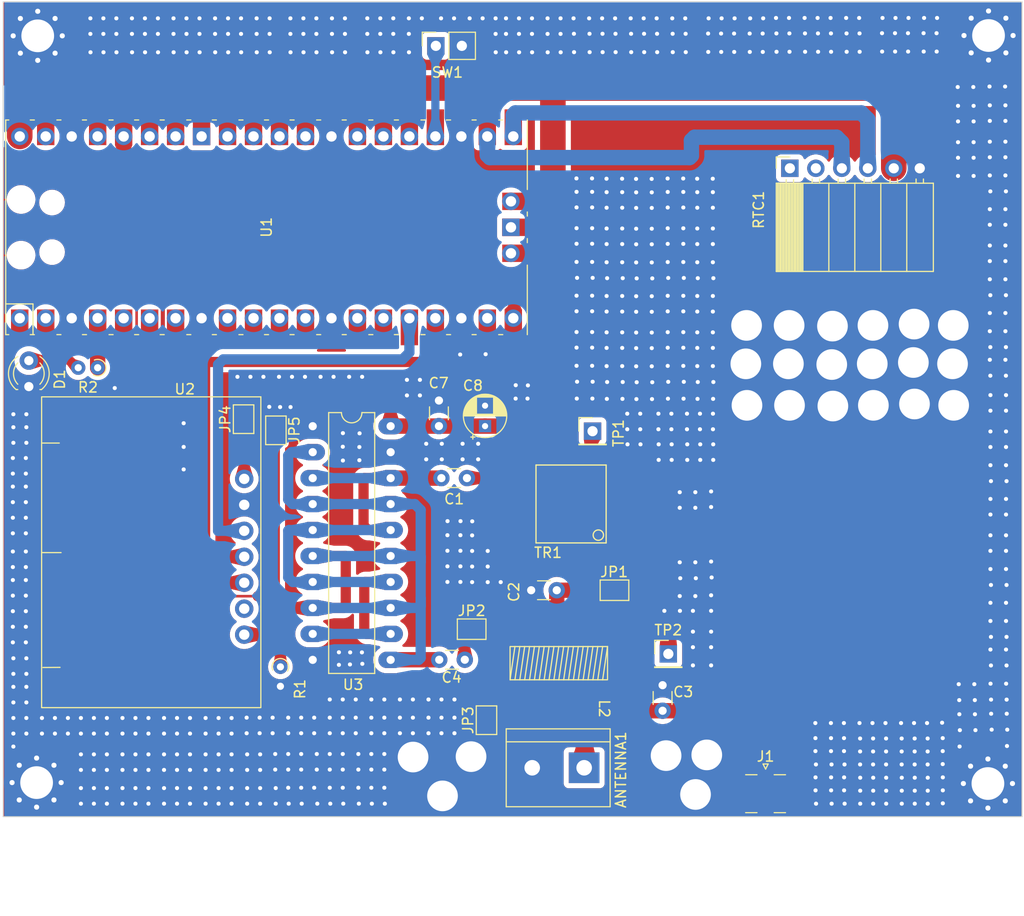
<source format=kicad_pcb>
(kicad_pcb (version 20221018) (generator pcbnew)
  (layers (0 "F.Cu" signal) (31 "B.Cu" signal) (34 "B.Paste" user) (35 "F.Paste" user) (36 "B.SilkS" user "B.Silkscreen") (37 "F.SilkS" user "F.Silkscreen") (38 "B.Mask" user) (39 "F.Mask" user) (44 "Edge.Cuts" user))
  (net 0 "")
  (net 1 "+5V")
  (net 2 "GND")
  (net 3 "Net-(ANTENNA1-Pin_1)")
  (net 4 "Net-(U3-O0a)")
  (net 5 "Net-(JP1-B)")
  (net 6 "Net-(JP2-A)")
  (net 7 "Net-(U2-SO)")
  (net 8 "Net-(D1-A)")
  (net 9 "Net-(JP1-A)")
  (net 10 "Net-(U1-GPIO2)")
  (net 22 "Net-(C1-Pad1)")
  (net 23 "Net-(U1-GPIO12)")
  (net 26 "SCL")
  (net 27 "SDA")
  (net 28 "Net-(U1-GPIO13)")
  (net 30 "Net-(U1-GPIO15)")
  (net 31 "Net-(SW1-A)")
  (net 42 "Net-(JP4-A)")
  (net 51 "+3.3V")
  (footprint "Capacitor_THT:CP_Radial_D4.0mm_P2.00mm" (layer "F.Cu") (at 136.85 98.2226 90)
    (fp_text reference "C8")
    (fp_text value "100uF/16V" hide)
  )
  (footprint "Connector_Coaxial:SMA_Samtec_SMA-J-P-X-ST-EM1_EdgeMount" (layer "F.Cu") (at 164.28 134.04)
    (fp_text reference "J1")
    (fp_text value "Conn_Coaxial" hide)
  )
  (footprint "Jumper:SolderJumper-2_P1.3mm_Open_TrianglePad1.0x1.5mm" (layer "F.Cu") (at 116.4 98.635 -90)
    (fp_text reference "JP5")
    (fp_text value "Jumper_2_Open" hide)
  )
  (footprint "LED_THT:LED_D3.0mm" (layer "F.Cu") (at 92.24 94.355 90)
    (fp_text reference "D1")
    (fp_text value "LED" hide)
  )
  (footprint "Jumper:SolderJumper-2_P1.3mm_Open_TrianglePad1.0x1.5mm" (layer "F.Cu") (at 135.54 118.09)
    (fp_text reference "JP2")
    (fp_text value "Jumper_2_Open" hide)
  )
  (footprint "footprints:SI5351 Module" (layer "F.Cu") (at 108.3226 95.35995 -90)
    (fp_text reference "U2")
    (fp_text value "SI5351-Module-VFO (With TCXO)" hide)
  )
  (footprint "MountingHole:MountingHole_3.2mm_M3_Pad_Via" (layer "F.Cu") (at 186.02 133.19)
    (fp_text reference "H4" hide)
    (fp_text value "MountingHole_Pad" hide)
  )
  (footprint "Capacitor_THT:C_Disc_D3.0mm_W1.6mm_P2.50mm" (layer "F.Cu") (at 154.21 126.07 90)
    (fp_text reference "C3")
    (fp_text value "220p" hide)
  )
  (footprint "Connector_PinHeader_2.54mm:PinHeader_1x01_P2.54mm_Vertical" (layer "F.Cu") (at 147.36 98.72)
    (fp_text reference "TP1")
    (fp_text value "TestPoint" hide)
  )
  (footprint "footprints:KK81" (layer "F.Cu") (at 145.26 105.84 90)
    (fp_text reference "TR1")
    (fp_text value "T2-613-1+" hide)
  )
  (footprint "Connector_PinHeader_2.54mm:PinHeader_1x01_P2.54mm_Vertical" (layer "F.Cu") (at 154.77 120.51)
    (fp_text reference "TP2")
    (fp_text value "TestPoint" hide)
  )
  (footprint "Capacitor_THT:C_Disc_D3.0mm_W1.6mm_P2.50mm" (layer "F.Cu") (at 132.34 95.72 -90)
    (fp_text reference "C7")
    (fp_text value "100nF" hide)
  )
  (footprint "Connector_PinSocket_2.54mm:PinSocket_1x02_P2.54mm_Vertical" (layer "F.Cu") (at 132.04 61.02 90)
    (fp_text reference "SW1")
    (fp_text value "SW_SPST" hide)
  )
  (footprint "MountingHole:MountingHole_3.2mm_M3_Pad_Via" (layer "F.Cu") (at 186.08 60.01)
    (fp_text reference "H2" hide)
    (fp_text value "MountingHole_Pad" hide)
  )
  (footprint "Connector_PinSocket_2.54mm:PinSocket_1x06_P2.54mm_Horizontal" (layer "F.Cu") (at 166.655 73 90)
    (fp_text reference "RTC1")
    (fp_text value "RTC_DS3231_Inverted" hide)
  )
  (footprint "MountingHole:MountingHole_3.2mm_M3_Pad_Via" (layer "F.Cu") (at 93.11 60.04)
    (fp_text reference "H1" hide)
    (fp_text value "MountingHole_Pad" hide)
  )
  (footprint "footprints:RPi_Pico_SMD_TH" (layer "F.Cu") (at 115.481 78.774 90)
    (fp_text reference "U1")
    (fp_text value "Pico" hide)
  )
  (footprint "Capacitor_THT:C_Disc_D3.0mm_W1.6mm_P2.50mm" (layer "F.Cu") (at 134.87 121.08 180)
    (fp_text reference "C4")
    (fp_text value "100nF" hide)
  )
  (footprint "TerminalBlock:TerminalBlock_bornier-2_P5.08mm" (layer "F.Cu") (at 146.54 131.65 180)
    (fp_text reference "ANTENNA1")
    (fp_text value "Screw_Terminal_01x02" hide)
  )
  (footprint "Jumper:SolderJumper-2_P1.3mm_Open_TrianglePad1.0x1.5mm" (layer "F.Cu") (at 136.99 126.995 90)
    (fp_text reference "JP3")
    (fp_text value "Jumper_2_Open" hide)
  )
  (footprint "Package_DIP:DIP-20_W7.62mm_LongPads" (layer "F.Cu") (at 119.998 98.232)
    (fp_text reference "U3")
    (fp_text value "74ACT244" hide)
  )
  (footprint "MountingHole:MountingHole_3.2mm_M3_Pad_Via" (layer "F.Cu") (at 93 133.1 90)
    (fp_text reference "H3" hide)
    (fp_text value "MountingHole_Pad" hide)
  )
  (footprint "footprints:T37-2" (layer "F.Cu") (at 144.06 121.415 -90)
    (fp_text reference "L2")
    (fp_text value "260nH (T50-6, 8 turns)" hide)
  )
  (footprint "Jumper:SolderJumper-2_P1.3mm_Open_TrianglePad1.0x1.5mm" (layer "F.Cu") (at 113.24 97.545 90)
    (fp_text reference "JP4")
    (fp_text value "Jumper_2_Open" hide)
  )
  (footprint "Capacitor_THT:C_Disc_D3.0mm_W1.6mm_P2.50mm" (layer "F.Cu") (at 135.08 103.31 180)
    (fp_text reference "C1")
    (fp_text value "100nF" hide)
  )
  (footprint "Resistor_THT:R_Axial_DIN0204_L3.6mm_D1.6mm_P1.90mm_Vertical" (layer "F.Cu") (at 116.84 121.777 -90)
    (fp_text reference "R1")
    (fp_text value "2.2k" hide)
  )
  (footprint "Capacitor_THT:C_Disc_D3.0mm_W1.6mm_P2.50mm" (layer "F.Cu") (at 143.86 114.28 180)
    (fp_text reference "C2")
    (fp_text value "220p" hide)
  )
  (footprint "Resistor_THT:R_Axial_DIN0204_L3.6mm_D1.6mm_P1.90mm_Vertical" (layer "F.Cu") (at 98.97 92.51 180)
    (fp_text reference "R2")
    (fp_text value "470" hide)
  )
  (footprint "Jumper:SolderJumper-2_P1.3mm_Open_TrianglePad1.0x1.5mm" (layer "F.Cu") (at 149.505 114.28 180)
    (fp_text reference "JP1")
    (fp_text value "Jumper_2_Open" hide)
  )
  (gr_rect (start 89.728 56.712) (end 189.36 136.432) (stroke (width 0.1)) (fill none) (layer "Edge.Cuts"))
  (segment (start 143.481 65.371) (end 143.481 98.149) (width 2.5) (layer "F.Cu") (net 1))
  (segment (start 127.618 95.358) (end 127.618 98.232) (width 1) (layer "F.Cu") (net 1))
  (segment (start 132.34 98.22) (end 127.63 98.22) (width 1.5) (layer "F.Cu") (net 1))
  (segment (start 140.0074 98.2226) (end 140.05 98.18) (width 1.5) (layer "F.Cu") (net 1))
  (segment (start 143.26 65.15) (end 176.2 65.15) (width 2.5) (layer "F.Cu") (net 1))
  (segment (start 143.481 98.149) (end 143.45 98.18) (width 2.5) (layer "F.Cu") (net 1))
  (segment (start 127.09 94.83) (end 127.618 95.358) (width 1) (layer "F.Cu") (net 1))
  (segment (start 176.815 65.765) (end 176.815 73) (width 2.5) (layer "F.Cu") (net 1))
  (segment (start 92.15 65.15) (end 143.26 65.15) (width 2.5) (layer "F.Cu") (net 1))
  (segment (start 91.351 69.884) (end 91.351 65.949) (width 2.5) (layer "F.Cu") (net 1))
  (segment (start 91.351 65.949) (end 92.15 65.15) (width 2.5) (layer "F.Cu") (net 1))
  (segment (start 143.26 65.15) (end 143.481 65.371) (width 2.5) (layer "F.Cu") (net 1))
  (segment (start 136.85 98.2226) (end 132.3426 98.2226) (width 1.5) (layer "F.Cu") (net 1))
  (segment (start 113.31 94.83) (end 113.31 96.57) (width 1) (layer "F.Cu") (net 1))
  (segment (start 143.45 98.18) (end 140.05 98.18) (width 2.5) (layer "F.Cu") (net 1))
  (segment (start 113.31 96.57) (end 113.24 96.57) (width 1) (layer "F.Cu") (net 1))
  (segment (start 176.2 65.15) (end 176.815 65.765) (width 2.5) (layer "F.Cu") (net 1))
  (segment (start 113.31 94.83) (end 127.09 94.83) (width 1) (layer "F.Cu") (net 1))
  (segment (start 136.85 98.2226) (end 140.0074 98.2226) (width 1.5) (layer "F.Cu") (net 1))
  (via (at 131.318 128.27) (size 0.8) (drill 0.4) (layers "F.Cu" "B.Cu") (net 2))
  (via (at 113.538 126.746) (size 0.8) (drill 0.4) (layers "F.Cu" "B.Cu") (net 2))
  (via (at 135.342 58.328) (size 0.8) (drill 0.4) (layers "F.Cu" "B.Cu") (net 2))
  (via (at 186.206 87.16) (size 0.8) (drill 0.4) (layers "F.Cu" "B.Cu") (net 2))
  (via (at 100.798 59.852) (size 0.8) (drill 0.4) (layers "F.Cu" "B.Cu") (net 2))
  (via (at 162.774 58.328) (size 0.8) (drill 0.4) (layers "F.Cu" "B.Cu") (net 2))
  (via (at 153.2 83.77) (size 0.8) (drill 0.4) (layers "F.Cu" "B.Cu") (net 2))
  (via (at 172.008 135.162) (size 0.8) (drill 0.4) (layers "F.Cu" "B.Cu") (net 2))
  (via (at 90.728 126.78) (size 0.8) (drill 0.4) (layers "F.Cu" "B.Cu") (net 2))
  (via (at 147.026 58.328) (size 0.8) (drill 0.4) (layers "F.Cu" "B.Cu") (net 2))
  (via (at 136.176 99.95) (size 0.8) (drill 0.4) (layers "F.Cu" "B.Cu") (net 2))
  (via (at 157.41 104.69) (size 0.8) (drill 0.4) (layers "F.Cu" "B.Cu") (net 2))
  (via (at 105.46 126.78) (size 0.8) (drill 0.4) (layers "F.Cu" "B.Cu") (net 2))
  (via (at 173.466 59.804) (size 0.8) (drill 0.4) (layers "F.Cu" "B.Cu") (net 2))
  (via (at 145.786 73.99) (size 0.8) (drill 0.4) (layers "F.Cu" "B.Cu") (net 2))
  (via (at 91.998 123.732) (size 0.8) (drill 0.4) (layers "F.Cu" "B.Cu") (net 2))
  (via (at 159.98 58.328) (size 0.8) (drill 0.4) (layers "F.Cu" "B.Cu") (net 2))
  (via (at 187.73 83.858) (size 0.8) (drill 0.4) (layers "F.Cu" "B.Cu") (net 2))
  (via (at 152.022 98.532) (size 0.8) (drill 0.4) (layers "F.Cu" "B.Cu") (net 2))
  (via (at 178.866 132.622) (size 0.8) (drill 0.4) (layers "F.Cu" "B.Cu") (net 2))
  (via (at 109.524 133.638) (size 0.8) (drill 0.4) (layers "F.Cu" "B.Cu") (net 2))
  (via (at 184.62 70.446) (size 0.8) (drill 0.4) (layers "F.Cu" "B.Cu") (net 2))
  (via (at 186.266 120.082) (size 0.8) (drill 0.4) (layers "F.Cu" "B.Cu") (net 2))
  (via (at 157.176 121.632) (size 0.8) (drill 0.4) (layers "F.Cu" "B.Cu") (net 2))
  (via (at 151.616 74.04) (size 0.8) (drill 0.4) (layers "F.Cu" "B.Cu") (net 2))
  (via (at 91.998 125.256) (size 0.8) (drill 0.4) (layers "F.Cu" "B.Cu") (net 2))
  (via (at 116.702 93.4) (size 0.8) (drill 0.4) (layers "F.Cu" "B.Cu") (net 2))
  (via (at 93.522 128.304) (size 0.8) (drill 0.4) (layers "F.Cu" "B.Cu") (net 2))
  (via (at 170.688 133.858) (size 0.8) (drill 0.4) (layers "F.Cu" "B.Cu") (net 2))
  (via (at 154.71 92.332) (size 0.8) (drill 0.4) (layers "F.Cu" "B.Cu") (net 2))
  (via (at 147.37 83.72) (size 0.8) (drill 0.4) (layers "F.Cu" "B.Cu") (net 2))
  (via (at 112.064 130.336) (size 0.8) (drill 0.4) (layers "F.Cu" "B.Cu") (net 2))
  (via (at 132.69 134.4) (size 3.2) (drill 3) (layers "F.Cu" "B.Cu") (net 2))
  (via (at 157.6 75.334) (size 0.8) (drill 0.4) (layers "F.Cu" "B.Cu") (net 2))
  (via (at 127.875 58.326) (size 0.8) (drill 0.4) (layers "F.Cu" "B.Cu") (net 2))
  (via (at 170.684 61.602) (size 0.8) (drill 0.4) (layers "F.Cu" "B.Cu") (net 2))
  (via (at 91.948 119.38) (size 0.8) (drill 0.4) (layers "F.Cu" "B.Cu") (net 2))
  (via (at 157.41 106.214) (size 0.8) (drill 0.4) (layers "F.Cu" "B.Cu") (net 2))
  (via (at 117.602 133.604) (size 0.8) (drill 0.4) (layers "F.Cu" "B.Cu") (net 2))
  (via (at 120.396 130.302) (size 0.8) (drill 0.4) (layers "F.Cu" "B.Cu") (net 2))
  (via (at 138.91 61.65) (size 0.8) (drill 0.4) (layers "F.Cu" "B.Cu") (net 2))
  (via (at 121.716 135.162) (size 0.8) (drill 0.4) (layers "F.Cu" "B.Cu") (net 2))
  (via (at 112.99 59.852) (size 0.8) (drill 0.4) (layers "F.Cu" "B.Cu") (net 2))
  (via (at 155.936 113.106) (size 0.8) (drill 0.4) (layers "F.Cu" "B.Cu") (net 2))
  (via (at 178.866 135.162) (size 0.8) (drill 0.4) (layers "F.Cu" "B.Cu") (net 2))
  (via (at 117.83 96.36) (size 0.8) (drill 0.4) (layers "F.Cu" "B.Cu") (net 2))
  (via (at 172.208 61.602) (size 0.8) (drill 0.4) (layers "F.Cu" "B.Cu") (net 2))
  (via (at 176.062 131.324) (size 0.8) (drill 0.4) (layers "F.Cu" "B.Cu") (net 2))
  (via (at 112.064 126.78) (size 0.8) (drill 0.4) (layers "F.Cu" "B.Cu") (net 2))
  (via (at 174.802 132.622) (size 0.8) (drill 0.4) (layers "F.Cu" "B.Cu") (net 2))
  (via (at 154.71 80.394) (size 0.8) (drill 0.4) (layers "F.Cu" "B.Cu") (net 2))
  (via (at 153.15 92.372) (size 0.8) (drill 0.4) (layers "F.Cu" "B.Cu") (net 2))
  (via (at 102.666 130.336) (size 0.8) (drill 0.4) (layers "F.Cu" "B.Cu") (net 2))
  (via (at 148.334 59.84) (size 0.8) (drill 0.4) (layers "F.Cu" "B.Cu") (net 2))
  (via (at 113.588 131.86) (size 0.8) (drill 0.4) (layers "F.Cu" "B.Cu") (net 2))
  (via (at 125.73 128.27) (size 0.8) (drill 0.4) (layers "F.Cu" "B.Cu") (net 2))
  (via (at 187.73 73.698) (size 0.8) (drill 0.4) (layers "F.Cu" "B.Cu") (net 2))
  (via (at 97.332 133.638) (size 0.8) (drill 0.4) (layers "F.Cu" "B.Cu") (net 2))
  (via (at 116.332 130.302) (size 0.8) (drill 0.4) (layers "F.Cu" "B.Cu") (net 2))
  (via (at 100.798 58.328) (size 0.8) (drill 0.4) (layers "F.Cu" "B.Cu") (net 2))
  (via (at 166.57 58.292) (size 0.8) (drill 0.4) (layers "F.Cu" "B.Cu") (net 2))
  (via (at 133.17 110.42) (size 0.8) (drill 0.4) (layers "F.Cu" "B.Cu") (net 2))
  (via (at 180.998 59.782) (size 0.8) (drill 0.4) (layers "F.Cu" "B.Cu") (net 2))
  (via (at 152.048 100.006) (size 0.8) (drill 0.4) (layers "F.Cu" "B.Cu") (net 2))
  (via (at 182.63 88.37) (size 3.2) (drill 3) (layers "F.Cu" "B.Cu") (net 2))
  (via (at 112.064 131.86) (size 0.8) (drill 0.4) (layers "F.Cu" "B.Cu") (net 2))
  (via (at 187.79 112.208) (size 0.8) (drill 0.4) (layers "F.Cu" "B.Cu") (net 2))
  (via (at 169.164 132.588) (size 0.8) (drill 0.4) (layers "F.Cu" "B.Cu") (net 2))
  (via (at 156.424 58.328) (size 0.8) (drill 0.4) (layers "F.Cu" "B.Cu") (net 2))
  (via (at 156.594 97.008) (size 0.8) (drill 0.4) (layers "F.Cu" "B.Cu") (net 2))
  (via (at 157.176 118.33) (size 0.8) (drill 0.4) (layers "F.Cu" "B.Cu") (net 2))
  (via (at 102.334 61.65) (size 0.8) (drill 0.4) (layers "F.Cu" "B.Cu") (net 2))
  (via (at 134.44 108.896) (size 0.8) (drill 0.4) (layers "F.Cu" "B.Cu") (net 2))
  (via (at 150.752 97.008) (size 0.8) (drill 0.4) (layers "F.Cu" "B.Cu") (net 2))
  (via (at 99.872 126.78) (size 0.8) (drill 0.4) (layers "F.Cu" "B.Cu") (net 2))
  (via (at 116.382 135.162) (size 0.8) (drill 0.4) (layers "F.Cu" "B.Cu") (net 2))
  (via (at 106.73 133.638) (size 0.8) (drill 0.4) (layers "F.Cu" "B.Cu") (net 2))
  (via (at 120.356 58.328) (size 0.8) (drill 0.4) (layers "F.Cu" "B.Cu") (net 2))
  (via (at 187.86 126.362) (size 0.8) (drill 0.4) (layers "F.Cu" "B.Cu") (net 2))
  (via (at 157.6 92.352) (size 0.8) (drill 0.4) (layers "F.Cu" "B.Cu") (net 2))
  (via (at 174.792 131.324) (size 0.8) (drill 0.4) (layers "F.Cu" "B.Cu") (net 2))
  (via (at 156.234 80.394) (size 0.8) (drill 0.4) (layers "F.Cu" "B.Cu") (net 2))
  (via (at 90.728 120.938) (size 0.8) (drill 0.4) (layers "F.Cu" "B.Cu") (net 2))
  (via (at 133.858 124.968) (size 0.8) (drill 0.4) (layers "F.Cu" "B.Cu") (net 2))
  (via (at 137.894 61.65) (size 0.8) (drill 0.4) (layers "F.Cu" "B.Cu") (net 2))
  (via (at 183.096 73.748) (size 0.8) (drill 0.4) (layers "F.Cu" "B.Cu") (net 2))
  (via (at 129.794 128.27) (size 0.8) (drill 0.4) (layers "F.Cu" "B.Cu") (net 2))
  (via (at 94.792 128.304) (size 0.8) (drill 0.4) (layers "F.Cu" "B.Cu") (net 2))
  (via (at 151.626 89.07) (size 0.8) (drill 0.4) (layers "F.Cu" "B.Cu") (net 2))
  (via (at 157.6 80.414) (size 0.8) (drill 0.4) (layers "F.Cu" "B.Cu") (net 2))
  (via (at 106.386 59.852) (size 0.8) (drill 0.4) (layers "F.Cu" "B.Cu") (net 2))
  (via (at 98.602 126.78) (size 0.8) (drill 0.4) (layers "F.Cu" "B.Cu") (net 2))
  (via (at 154.55 130.46) (size 3.2) (drill 3) (layers "F.Cu" "B.Cu") (net 2))
  (via (at 178.216 61.58) (size 0.8) (drill 0.4) (layers "F.Cu" "B.Cu") (net 2))
  (via (at 150.26 78.89) (size 0.8) (drill 0.4) (layers "F.Cu" "B.Cu") (net 2))
  (via (at 187.73 78.524) (size 0.8) (drill 0.4) (layers "F.Cu" "B.Cu") (net 2))
  (via (at 90.678 112.014) (size 0.8) (drill 0.4) (layers "F.Cu" "B.Cu") (net 2))
  (via (at 103.936 130.336) (size 0.8) (drill 0.4) (layers "F.Cu" "B.Cu") (net 2))
  (via (at 147.32 82.162) (size 0.8) (drill 0.4) (layers "F.Cu" "B.Cu") (net 2))
  (via (at 153.68 61.638) (size 0.8) (drill 0.4) (layers "F.Cu" "B.Cu") (net 2))
  (via (at 121.88 59.852) (size 0.8) (drill 0.4) (layers "F.Cu" "B.Cu") (net 2))
  (via (at 178.204 59.782) (size 0.8) (drill 0.4) (layers "F.Cu" "B.Cu") (net 2))
  (via (at 147.32 85.464) (size 0.8) (drill 0.4) (layers "F.Cu" "B.Cu") (net 2))
  (via (at 186.206 91.732) (size 0.8) (drill 0.4) (layers "F.Cu" "B.Cu") (net 2))
  (via (at 151.626 80.434) (size 0.8) (drill 0.4) (layers "F.Cu" "B.Cu") (net 2))
  (via (at 94.792 126.78) (size 0.8) (drill 0.4) (layers "F.Cu" "B.Cu") (net 2))
  (via (at 107.656 58.328) (size 0.8) (drill 0.4) (layers "F.Cu" "B.Cu") (net 2))
  (via (at 168.094 58.292) (size 0.8) (drill 0.4) (layers "F.Cu" "B.Cu") (net 2))
  (via (at 186.206 88.938) (size 0.8) (drill 0.4) (layers "F.Cu" "B.Cu") (net 2))
  (via (at 142.962 59.852) (size 0.8) (drill 0.4) (layers "F.Cu" "B.Cu") (net 2))
  (via (at 114.514 58.328) (size 0.8) (drill 0.4) (layers "F.Cu" "B.Cu") (net 2))
  (via (at 124.56 101.56) (size 0.8) (drill 0.4) (layers "F.Cu" "B.Cu") (net 2))
  (via (at 154.71 78.87) (size 0.8) (drill 0.4) (layers "F.Cu" "B.Cu") (net 2))
  (via (at 90.728 97.062) (size 0.8) (drill 0.4) (layers "F.Cu" "B.Cu") (net 2))
  (via (at 187.79 110.43) (size 0.8) (drill 0.4) (layers "F.Cu" "B.Cu") (net 2))
  (via (at 148.726 74.02) (size 0.8) (drill 0.4) (layers "F.Cu" "B.Cu") (net 2))
  (via (at 145.54 59.84) (size 0.8) (drill 0.4) (layers "F.Cu" "B.Cu") (net 2))
  (via (at 90.728 125.256) (size 0.8) (drill 0.4) (layers "F.Cu" "B.Cu") (net 2))
  (via (at 90.728 98.332) (size 0.8) (drill 0.4) (layers "F.Cu" "B.Cu") (net 2))
  (via (at 166.58 88.37) (size 3.2) (drill 3) (layers "F.Cu" "B.Cu") (net 2))
  (via (at 108.938 61.65) (size 0.8) (drill 0.4) (layers "F.Cu" "B.Cu") (net 2))
  (via (at 158.66 59.818) (size 0.8) (drill 0.4) (layers "F.Cu" "B.Cu") (net 2))
  (via (at 90.678 102.87) (size 0.8) (drill 0.4) (layers "F.Cu" "B.Cu") (net 2))
  (via (at 124.51 135.162) (size 0.8) (drill 0.4) (layers "F.Cu" "B.Cu") (net 2))
  (via (at 161.25 58.328) (size 0.8) (drill 0.4) (layers "F.Cu" "B.Cu") (net 2))
  (via (at 100.81 61.65) (size 0.8) (drill 0.4) (layers "F.Cu" "B.Cu") (net 2))
  (via (at 133.858 126.746) (size 0.8) (drill 0.4) (layers "F.Cu" "B.Cu") (net 2))
  (via (at 187.7 65) (size 0.8) (drill 0.4) (layers "F.Cu" "B.Cu") (net 2))
  (via (at 127.887 61.648) (size 0.8) (drill 0.4) (layers "F.Cu" "B.Cu") (net 2))
  (via (at 110.45 59.852) (size 0.8) (drill 0.4) (layers "F.Cu" "B.Cu") (net 2))
  (via (at 156.62 101.53) (size 0.8) (drill 0.4) (layers "F.Cu" "B.Cu") (net 2))
  (via (at 180.066 127.274) (size 0.8) (drill 0.4) (layers "F.Cu" "B.Cu") (net 2))
  (via (at 151.626 90.594) (size 0.8) (drill 0.4) (layers "F.Cu" "B.Cu") (net 2))
  (via (at 145.552 61.638) (size 0.8) (drill 0.4) (layers "F.Cu" "B.Cu") (net 2))
  (via (at 186.326 124.98) (size 0.8) (drill 0.4) (layers "F.Cu" "B.Cu") (net 2))
  (via (at 157.89 100.006) (size 0.8) (drill 0.4) (layers "F.Cu" "B.Cu") (net 2))
  (via (at 150.31 93.91) (size 0.8) (drill 0.4) (layers "F.Cu" "B.Cu") (net 2))
  (via (at 135.586 110.438) (size 0.8) (drill 0.4) (layers "F.Cu" "B.Cu") (net 2))
  (via (at 170.688 132.588) (size 0.8) (drill 0.4) (layers "F.Cu" "B.Cu") (net 2))
  (via (at 135.586 113.486) (size 0.8) (drill 0.4) (layers "F.Cu" "B.Cu") (net 2))
  (via (at 109.524 130.336) (size 0.8) (drill 0.4) (layers "F.Cu" "B.Cu") (net 2))
  (via (at 123.15 59.852) (size 0.8) (drill 0.4) (layers "F.Cu" "B.Cu") (net 2))
  (via (at 96.062 126.78) (size 0.8) (drill 0.4) (layers "F.Cu" "B.Cu") (net 2))
  (via (at 122.936 130.302) (size 0.8) (drill 0.4) (layers "F.Cu" "B.Cu") (net 2))
  (via (at 173.532 133.892) (size 0.8) (drill 0.4) (layers "F.Cu" "B.Cu") (net 2))
  (via (at 186.206 77) (size 0.8) (drill 0.4) (layers "F.Cu" "B.Cu") (net 2))
  (via (at 123.66 120.36) (size 0.8) (drill 0.4) (layers "F.Cu" "B.Cu") (net 2))
  (via (at 128.524 128.27) (size 0.8) (drill 0.4) (layers "F.Cu" "B.Cu") (net 2))
  (via (at 150.26 82.192) (size 0.8) (drill 0.4) (layers "F.Cu" "B.Cu") (net 2))
  (via (at 178.8 88.24) (size 3.2) (drill 3) (layers "F.Cu" "B.Cu") (net 2))
  (via (at 159.004 113.03) (size 0.8) (drill 0.4) (layers "F.Cu" "B.Cu") (net 2))
  (via (at 98.258 59.852) (size 0.8) (drill 0.4) (layers "F.Cu" "B.Cu") (net 2))
  (via (at 181.6 128.75) (size 0.8) (drill 0.4) (layers "F.Cu" "B.Cu") (net 2))
  (via (at 154.71 85.474) (size 0.8) (drill 0.4) (layers "F.Cu" "B.Cu") (net 2))
  (via (at 174.792 130.054) (size 0.8) (drill 0.4) (layers "F.Cu" "B.Cu") (net 2))
  (via (at 147.32 75.304) (size 0.8) (drill 0.4) (layers "F.Cu" "B.Cu") (net 2))
  (via (at 156.462 59.84) (size 0.8) (drill 0.4) (layers "F.Cu" "B.Cu") (net 2))
  (via (at 151.626 75.354) (size 0.8) (drill 0.4) (layers "F.Cu" "B.Cu") (net 2))
  (via (at 119.098 61.65) (size 0.8) (drill 0.4) (layers "F.Cu" "B.Cu") (net 2))
  (via (at 186.266 106.874) (size 0.8) (drill 0.4) (layers "F.Cu" "B.Cu") (net 2))
  (via (at 156.474 61.638) (size 0.8) (drill 0.4) (layers "F.Cu" "B.Cu") (net 2))
  (via (at 98.602 135.162) (size 0.8) (drill 0.4) (layers "F.Cu" "B.Cu") (net 2))
  (via (at 156.284 93.89) (size 0.8) (drill 0.4) (layers "F.Cu" "B.Cu") (net 2))
  (via (at 115.178 93.4) (size 0.8) (drill 0.4) (layers "F.Cu" "B.Cu") (net 2))
  (via (at 159.124 82.192) (size 0.8) (drill 0.4) (layers "F.Cu" "B.Cu") (net 2))
  (via (at 148.736 92.352) (size 0.8) (drill 0.4) (layers "F.Cu" "B.Cu") (net 2))
  (via (at 144.232 58.328) (size 0.8) (drill 0.4) (layers "F.Cu" "B.Cu") (net 2))
  (via (at 151.128 59.84) (size 0.8) (drill 0.4) (layers "F.Cu" "B.Cu") (net 2))
  (via (at 187.79 106.874) (size 0.8) (drill 0.4) (layers "F.Cu" "B.Cu") (net 2))
  (via (at 169.402 59.804) (size 0.8) (drill 0.4) (layers "F.Cu" "B.Cu") (net 2))
  (via (at 187.73 82.08) (size 0.8) (drill 0.4) (layers "F.Cu" "B.Cu") (net 2))
  (via (at 142.974 61.65) (size 0.8) (drill 0.4) (layers "F.Cu" "B.Cu") (net 2))
  (via (at 110.794 131.86) (size 0.8) (drill 0.4) (layers "F.Cu" "B.Cu") (net 2))
  (via (at 116.078 128.27) (size 0.8) (drill 0.4) (layers "F.Cu" "B.Cu") (net 2))
  (via (at 112.064 135.162) (size 0.8) (drill 0.4) (layers "F.Cu" "B.Cu") (net 2))
  (via (at 108 128.304) (size 0.8) (drill 0.4) (layers "F.Cu" "B.Cu") (net 2))
  (via (at 103.936 135.162) (size 0.8) (drill 0.4) (layers "F.Cu" "B.Cu") (net 2))
  (via (at 187.73 71.92) (size 0.8) (drill 0.4) (layers "F.Cu" "B.Cu") (net 2))
  (via (at 153.15 85.514) (size 0.8) (drill 0.4) (layers "F.Cu" "B.Cu") (net 2))
  (via (at 162.736 61.616) (size 0.8) (drill 0.4) (layers "F.Cu" "B.Cu") (net 2))
  (via (at 178.73 92) (size 3.2) (drill 3) (layers "F.Cu" "B.Cu") (net 2))
  (via (at 150.26 87.018) (size 0.8) (drill 0.4) (layers "F.Cu" "B.Cu") (net 2))
  (via (at 170.86 96.26) (size 3.2) (drill 3) (layers "F.Cu" "B.Cu") (net 2))
  (via (at 158.71 58.328) (size 0.8) (drill 0.4) (layers "F.Cu" "B.Cu") (net 2))
  (via (at 170.738 135.162) (size 0.8) (drill 0.4) (layers "F.Cu" "B.Cu") (net 2))
  (via (at 101.396 128.304) (size 0.8) (drill 0.4) (layers "F.Cu" "B.Cu") (net 2))
  (via (at 124.46 133.604) (size 0.8) (drill 0.4) (layers "F.Cu" "B.Cu") (net 2))
  (via (at 137.882 59.852) (size 0.8) (drill 0.4) (layers "F.Cu" "B.Cu") (net 2))
  (via (at 159.124 90.574) (size 0.8) (drill 0.4) (layers "F.Cu" "B.Cu") (net 2))
  (via (at 118.872 128.27) (size 0.8) (drill 0.4) (layers "F.Cu" "B.Cu") (net 2))
  (via (at 112.064 128.304) (size 0.8) (drill 0.4) (layers "F.Cu" "B.Cu") (net 2))
  (via (at 129.399 59.85) (size 0.8) (drill 0.4) (layers "F.Cu" "B.Cu") (net 2))
  (via (at 145.796 90.544) (size 0.8) (drill 0.4) (layers "F.Cu" "B.Cu") (net 2))
  (via (at 102.322 59.852) (size 0.8) (drill 0.4) (layers "F.Cu" "B.Cu") (net 2))
  (via (at 187.79 120.082) (size 0.8) (drill 0.4) (layers "F.Cu" "B.Cu") (net 2))
  (via (at 159.16 100.006) (size 0.8) (drill 0.4) (layers "F.Cu" "B.Cu") (net 2))
  (via (at 175.714 58.292) (size 0.8) (drill 0.4) (layers "F.Cu" "B.Cu") (net 2))
  (via (at 138.898 59.852) (size 0.8) (drill 0.4) (layers "F.Cu" "B.Cu") (net 2))
  (via (at 158.53 130.39) (size 3.2) (drill 3) (layers "F.Cu" "B.Cu") (net 2))
  (via (at 174.78 88.37) (size 3.2) (drill 3) (layers "F.Cu" "B.Cu") (net 2))
  (via (at 105.46 133.638) (size 0.8) (drill 0.4) (layers "F.Cu" "B.Cu") (net 2))
  (via (at 102.666 126.78) (size 0.8) (drill 0.4) (layers "F.Cu" "B.Cu") (net 2))
  (via (at 151.676 83.77) (size 0.8) (drill 0.4) (layers "F.Cu" "B.Cu") (net 2))
  (via (at 181.6 131.29) (size 0.8) (drill 0.4) (layers "F.Cu" "B.Cu") (net 2))
  (via (at 177.586 131.324) (size 0.8) (drill 0.4) (layers "F.Cu" "B.Cu") (net 2))
  (via (at 126.605 59.85) (size 0.8) (drill 0.4) (layers "F.Cu" "B.Cu") (net 2))
  (via (at 176.002 127.274) (size 0.8) (drill 0.4) (layers "F.Cu" "B.Cu") (net 2))
  (via (at 153.15 78.91) (size 0.8) (drill 0.4) (layers "F.Cu" "B.Cu") (net 2))
  (via (at 154.734 95.54) (size 0.8) (drill 0.4) (layers "F.Cu" "B.Cu") (net 2))
  (via (at 151.14 61.638) (size 0.8) (drill 0.4) (layers "F.Cu" "B.Cu") (net 2))
  (via (at 91.948 102.87) (size 0.8) (drill 0.4) (layers "F.Cu" "B.Cu") (net 2))
  (via (at 187.73 68.364) (size 0.8) (drill 0.4) (layers "F.Cu" "B.Cu") (net 2))
  (via (at 90.678 119.38) (size 0.8) (drill 0.4) (layers "F.Cu" "B.Cu") (net 2))
  (via (at 158.954 119.854) (size 0.8) (drill 0.4) (layers "F.Cu" "B.Cu") (net 2))
  (via (at 159.134 98.532) (size 0.8) (drill 0.4) (layers "F.Cu" "B.Cu") (net 2))
  (via (at 90.728 128.304) (size 0.8) (drill 0.4) (layers "F.Cu" "B.Cu") (net 2))
  (via (at 91.998 99.856) (size 0.8) (drill 0.4) (layers "F.Cu" "B.Cu") (net 2))
  (via (at 153.2 93.93) (size 0.8) (drill 0.4) (layers "F.Cu" "B.Cu") (net 2))
  (via (at 186.266 102.048) (size 0.8) (drill 0.4) (layers "F.Cu" "B.Cu") (net 2))
  (via (at 103.936 133.638) (size 0.8) (drill 0.4) (layers "F.Cu" "B.Cu") (net 2))
  (via (at 149.616 61.638) (size 0.8) (drill 0.4) (layers "F.Cu" "B.Cu") (net 2))
  (via (at 145.846 93.88) (size 0.8) (drill 0.4) (layers "F.Cu" "B.Cu") (net 2))
  (via (at 153.63 58.328) (size 0.8) (drill 0.4) (layers "F.Cu" "B.Cu") (net 2))
  (via (at 124.85 121.48) (size 0.8) (drill 0.4) (layers "F.Cu" "B.Cu") (net 2))
  (via (at 103.604 61.65) (size 0.8) (drill 0.4) (layers "F.Cu" "B.Cu") (net 2))
  (via (at 157.65 83.75) (size 0.8) (drill 0.4) (layers "F.Cu" "B.Cu") (net 2))
  (via (at 157.41 111.548) (size 0.8) (drill 0.4) (layers "F.Cu" "B.Cu") (net 2))
  (via (at 183.166 123.472) (size 0.8) (drill 0.4) (layers "F.Cu" "B.Cu") (net 2))
  (via (at 130.48 95.22) (size 0.8) (drill 0.4) (layers "F.Cu" "B.Cu") (net 2))
  (via (at 115.796 61.65) (size 0.8) (drill 0.4) (layers "F.Cu" "B.Cu") (net 2))
  (via (at 105.46 131.86) (size 0.8) (drill 0.4) (layers "F.Cu" "B.Cu") (net 2))
  (via (at 122.936 133.604) (size 0.8) (drill 0.4) (layers "F.Cu" "B.Cu") (net 2))
  (via (at 157.6 85.494) (size 0.8) (drill 0.4) (layers "F.Cu" "B.Cu") (net 2))
  (via (at 125.73 131.826) (size 0.8) (drill 0.4) (layers "F.Cu" "B.Cu") (net 2))
  (via (at 176.072 133.892) (size 0.8) (drill 0.4) (layers "F.Cu" "B.Cu") (net 2))
  (via (at 110.794 126.78) (size 0.8) (drill 0.4) (layers "F.Cu" "B.Cu") (net 2))
  (via (at 110.794 128.304) (size 0.8) (drill 0.4) (layers "F.Cu" "B.Cu") (net 2))
  (via (at 125.347 61.648) (size 0.8) (drill 0.4) (layers "F.Cu" "B.Cu") (net 2))
  (via (at 178.254 58.292) (size 0.8) (drill 0.4) (layers "F.Cu" "B.Cu") (net 2))
  (via (at 147.32 86.988) (size 0.8) (drill 0.4) (layers "F.Cu" "B.Cu") (net 2))
  (via (at 108 135.162) (size 0.8) (drill 0.4) (layers "F.Cu" "B.Cu") (net 2))
  (via (at 154.382 116.298) (size 0.8) (drill 0.4) (layers "F.Cu" "B.Cu") (net 2))
  (via (at 132.62 101.474) (size 0.8) (drill 0.4) (layers "F.Cu" "B.Cu") (net 2))
  (via (at 96.062 128.304) (size 0.8) (drill 0.4) (layers "F.Cu" "B.Cu") (net 2))
  (via (at 102.666 128.304) (size 0.8) (drill 0.4) (layers "F.Cu" "B.Cu") (net 2))
  (via (at 137.11 113.486) (size 0.8) (drill 0.4) (layers "F.Cu" "B.Cu") (net 2))
  (via (at 181.61 132.588) (size 0.8) (drill 0.4) (layers "F.Cu" "B.Cu") (net 2))
  (via (at 173.428 58.292) (size 0.8) (drill 0.4) (layers "F.Cu" "B.Cu") (net 2))
  (via (at 184.62 73.748) (size 0.8) (drill 0.4) (layers "F.Cu" "B.Cu") (net 2))
  (via (at 129.21 93.696) (size 0.8) (drill 0.4) (layers "F.Cu" "B.Cu") (net 2))
  (via (at 127.05 135.162) (size 0.8) (drill 0.4) (layers "F.Cu" "B.Cu") (net 2))
  (via (at 157.176 116.298) (size 0.8) (drill 0.4) (layers "F.Cu" "B.Cu") (net 2))
  (via (at 187.73 88.938) (size 0.8) (drill 0.4) (layers "F.Cu" "B.Cu") (net 2))
  (via (at 168.144 61.602) (size 0.8) (drill 0.4) (layers "F.Cu" "B.Cu") (net 2))
  (via (at 147.32 89.02) (size 0.8) (drill 0.4) (layers "F.Cu" "B.Cu") (net 2))
  (via (at 154.71 76.838) (size 0.8) (drill 0.4) (layers "F.Cu" "B.Cu") (net 2))
  (via (at 114.526 61.65) (size 0.8) (drill 0.4) (layers "F.Cu" "B.Cu") (net 2))
  (via (at 186.256 85.416) (size 0.8) (drill 0.4) (layers "F.Cu" "B.Cu") (net 2))
  (via (at 186.386 127.92) (size 0.8) (drill 0.4) (layers "F.Cu" "B.Cu") (net 2))
  (via (at 156.234 86.998) (size 0.8) (drill 0.4) (layers "F.Cu" "B.Cu") (net 2))
  (via (at 119.086 59.852) (size 0.8) (drill 0.4) (layers "F.Cu" "B.Cu") (net 2))
  (via (at 180.126 130.054) (size 0.8) (drill 0.4) (layers "F.Cu" "B.Cu") (net 2))
  (via (at 148.736 85.494) (size 0.8) (drill 0.4) (layers "F.Cu" "B.Cu") (net 2))
  (via (at 145.796 89.02) (size 0.8) (drill 0.4) (layers "F.Cu" "B.Cu") (net 2))
  (via (at 148.736 76.858) (size 0.8) (drill 0.4) (layers "F.Cu" "B.Cu") (net 2))
  (via (at 108 131.86) (size 0.8) (drill 0.4) (layers "F.Cu" "B.Cu") (net 2))
  (via (at 159.134 97.008) (size 0.8) (drill 0.4) (layers "F.Cu" "B.Cu") (net 2))
  (via (at 145.82 95.53) (size 0.8) (drill 0.4) (layers "F.Cu" "B.Cu") (net 2))
  (via (at 148.786 83.75) (size 0.8) (drill 0.4) (layers "F.Cu" "B.Cu") (net 2))
  (via (at 148.736 90.574) (size 0.8) (drill 0.4) (layers "F.Cu" "B.Cu") (net 2))
  (via (at 157.6 76.858) (size 0.8) (drill 0.4) (layers "F.Cu" "B.Cu") (net 2))
  (via (at 155.07 98.532) (size 0.8) (drill 0.4) (layers "F.Cu" "B.Cu") (net 2))
  (via (at 181.61 133.858) (size 0.8) (drill 0.4) (layers "F.Cu" "B.Cu") (net 2))
  (via (at 155.096 100.006) (size 0.8) (drill 0.4) (layers "F.Cu" "B.Cu") (net 2))
  (via (at 182.56 92.13) (size 3.2) (drill 3) (layers "F.Cu" "B.Cu") (net 2))
  (via (at 165.338 59.804) (size 0.8) (drill 0.4) (layers "F.Cu" "B.Cu") (net 2))
  (via (at 122.936 131.826) (size 0.8) (drill 0.4) (layers "F.Cu" "B.Cu") (net 2))
  (via (at 145.796 92.322) (size 0.8) (drill 0.4) (layers "F.Cu" "B.Cu") (net 2))
  (via (at 151.626 87.038) (size 0.8) (drill 0.4) (layers "F.Cu" "B.Cu") (net 2))
  (via (at 187.78 75.256) (size 0.8) (drill 0.4) (layers "F.Cu" "B.Cu") (net 2))
  (via (at 131.318 124.968) (size 0.8) (drill 0.4) (layers "F.Cu" "B.Cu") (net 2))
  (via (at 153.15 76.878) (size 0.8) (drill 0.4) (layers "F.Cu" "B.Cu") (net 2))
  (via (at 155.886 111.548) (size 0.8) (drill 0.4) (layers "F.Cu" "B.Cu") (net 2))
  (via (at 91.948 104.14) (size 0.8) (drill 0.4) (layers "F.Cu" "B.Cu") (net 2))
  (via (at 99.528 59.852) (size 0.8) (drill 0.4) (layers "F.Cu" "B.Cu") (net 2))
  (via (at 123.162 61.65) (size 0.8) (drill 0.4) (layers "F.Cu" "B.Cu") (net 2))
  (via (at 101.396 135.162) (size 0.8) (drill 0.4) (layers "F.Cu" "B.Cu") (net 2))
  (via (at 109.524 135.162) (size 0.8) (drill 0.4) (layers "F.Cu" "B.Cu") (net 2))
  (via (at 101.396 126.78) (size 0.8) (drill 0.4) (layers "F.Cu" "B.Cu") (net 2))
  (via (at 181.01 61.58) (size 0.8) (drill 0.4) (layers "F.Cu" "B.Cu") (net 2))
  (via (at 115.784 59.852) (size 0.8) (drill 0.4) (layers "F.Cu" "B.Cu") (net 2))
  (via (at 170.634 58.292) (size 0.8) (drill 0.4) (layers "F.Cu" "B.Cu") (net 2))
  (via (at 171.948 128.75) (size 0.8) (drill 0.4) (layers "F.Cu" "B.Cu") (net 2))
  (via (at 152.36 58.328) (size 0.8) (drill 0.4) (layers "F.Cu" "B.Cu") (net 2))
  (via (at 181.6 130.02) (size 0.8) (drill 0.4) (layers "F.Cu" "B.Cu") (net 2))
  (via (at 149.604 59.84) (size 0.8) (drill 0.4) (layers "F.Cu" "B.Cu") (net 2))
  (via (at 128.524 126.746) (size 0.8) (drill 0.4) (layers "F.Cu" "B.Cu") (net 2))
  (via (at 154.71 90.554) (size 0.8) (drill 0.4) (layers "F.Cu" "B.Cu") (net 2))
  (via (at 115.784 58.328) (size 0.8) (drill 0.4) (layers "F.Cu" "B.Cu") (net 2))
  (via (at 107.668 61.65) (size 0.8) (drill 0.4) (layers "F.Cu" "B.Cu") (net 2))
  (via (at 110.794 133.638) (size 0.8) (drill 0.4) (layers "F.Cu" "B.Cu") (net 2))
  (via (at 186.256 90.496) (size 0.8) (drill 0.4) (layers "F.Cu" "B.Cu") (net 2))
  (via (at 138.898 58.328) (size 0.8) (drill 0.4) (layers "F.Cu" "B.Cu") (net 2))
  (via (at 98.602 130.336) (size 0.8) (drill 0.4) (layers "F.Cu" "B.Cu") (net 2))
  (via (at 112.064 133.638) (size 0.8) (drill 0.4) (layers "F.Cu" "B.Cu") (net 2))
  (via (at 90.678 117.856) (size 0.8) (drill 0.4) (layers "F.Cu" "B.Cu") (net 2))
  (via (at 153.15 82.212) (size 0.8) (drill 0.4) (layers "F.Cu" "B.Cu") (net 2))
  (via (at 186.176 65) (size 0.8) (drill 0.4) (layers "F.Cu" "B.Cu") (net 2))
  (via (at 156.234 85.474) (size 0.8) (drill 0.4) (layers "F.Cu" "B.Cu") (net 2))
  (via (at 145.796 80.384) (size 0.8) (drill 0.4) (layers "F.Cu" "B.Cu") (net 2))
  (via (at 141.04 94.24) (size 0.8) (drill 0.4) (layers "F.Cu" "B.Cu") (net 2))
  (via (at 90.678 110.49) (size 0.8) (drill 0.4) (layers "F.Cu" "B.Cu") (net 2))
  (via (at 187.78 85.416) (size 0.8) (drill 0.4) (layers "F.Cu" "B.Cu") (net 2))
  (via (at 90.728 129.574) (size 0.8) (drill 0.4) (layers "F.Cu" "B.Cu") (net 2))
  (via (at 116.81 96.36) (size 0.8) (drill 0.4) (layers "F.Cu" "B.Cu") (net 2))
  (via (at 91.948 105.664) (size 0.8) (drill 0.4) (layers "F.Cu" "B.Cu") (net 2))
  (via (at 103.936 126.78) (size 0.8) (drill 0.4) (layers "F.Cu" "B.Cu") (net 2))
  (via (at 118.872 130.302) (size 0.8) (drill 0.4) (layers "F.Cu" "B.Cu") (net 2))
  (via (at 186.266 108.906) (size 0.8) (drill 0.4) (layers "F.Cu" "B.Cu") (net 2))
  (via (at 125.73 126.746) (size 0.8) (drill 0.4) (layers "F.Cu" "B.Cu") (net 2))
  (via (at 127 126.746) (size 0.8) (drill 0.4) (layers "F.Cu" "B.Cu") (net 2))
  (via (at 131.096 99.95) (size 0.8) (drill 0.4) (layers "F.Cu" "B.Cu") (net 2))
  (via (at 187.884 129.52) (size 0.8) (drill 0.4) (layers "F.Cu" "B.Cu") (net 2))
  (via (at 157.624 95.56) (size 0.8) (drill 0.4) (layers "F.Cu" "B.Cu") (net 2))
  (via (at 177.596 133.892) (size 0.8) (drill 0.4) (layers "F.Cu" "B.Cu") (net 2))
  (via (at 162.35 92.13) (size 3.2) (drill 3) (layers "F.Cu" "B.Cu") (net 2))
  (via (at 98.602 128.304) (size 0.8) (drill 0.4) (layers "F.Cu" "B.Cu") (net 2))
  (via (at 122.56 120.35) (size 0.8) (drill 0.4) (layers "F.Cu" "B.Cu") (net 2))
  (via (at 91.998 120.938) (size 0.8) (drill 0.4) (layers "F.Cu" "B.Cu") (net 2))
  (via (at 169.154 130.02) (size 0.8) (drill 0.4) (layers "F.Cu" "B.Cu") (net 2))
  (via (at 159.174 83.75) (size 0.8) (drill 0.4) (layers "F.Cu" "B.Cu") (net 2))
  (via (at 187.79 102.048) (size 0.8) (drill 0.4) (layers "F.Cu" "B.Cu") (net 2))
  (via (at 151.626 82.212) (size 0.8) (drill 0.4) (layers "F.Cu" "B.Cu") (net 2))
  (via (at 119.242 93.4) (size 0.8) (drill 0.4) (layers "F.Cu" "B.Cu") (net 2))
  (via (at 173.522 131.324) (size 0.8) (drill 0.4) (layers "F.Cu" "B.Cu") (net 2))
  (via (at 135.596 107.538) (size 0.8) (drill 0.4) (layers "F.Cu" "B.Cu") (net 2))
  (via (at 114.858 130.336) (size 0.8) (drill 0.4) (layers "F.Cu" "B.Cu") (net 2))
  (via (at 110.45 58.328) (size 0.8) (drill 0.4) (layers "F.Cu" "B.Cu") (net 2))
  (via (at 150.26 76.858) (size 0.8) (drill 0.4) (layers "F.Cu" "B.Cu") (net 2))
  (via (at 98.258 58.328) (size 0.8) (drill 0.4) (layers "F.Cu" "B.Cu") (net 2))
  (via (at 121.666 124.968) (size 0.8) (drill 0.4) (layers "F.Cu" "B.Cu") (net 2))
  (via (at 134.652 99.95) (size 0.8) (drill 0.4) (layers "F.Cu" "B.Cu") (net 2))
  (via (at 169.154 128.75) (size 0.8) (drill 0.4) (layers "F.Cu" "B.Cu") (net 2))
  (via (at 107.656 59.852) (size 0.8) (drill 0.4) (layers "F.Cu" "B.Cu") (net 2))
  (via (at 159.124 75.334) (size 0.8) (drill 0.4) (layers "F.Cu" "B.Cu") (net 2))
  (via (at 186.266 96.714) (size 0.8) (drill 0.4) (layers "F.Cu" "B.Cu") (net 2))
  (via (at 154.76 93.89) (size 0.8) (drill 0.4) (layers "F.Cu" "B.Cu") (net 2))
  (via (at 133.858 128.27) (size 0.8) (drill 0.4) (layers "F.Cu" "B.Cu") (net 2))
  (via (at 110.794 135.162) (size 0.8) (drill 0.4) (layers "F.Cu" "B.Cu") (net 2))
  (via (at 179.778 58.292) (size 0.8) (drill 0.4) (layers "F.Cu" "B.Cu") (net 2))
  (via (at 157.46 113.106) (size 0.8) (drill 0.4) (layers "F.Cu" "B.Cu") (net 2))
  (via (at 147.344 95.53) (size 0.8) (drill 0.4) (layers "F.Cu" "B.Cu") (net 2))
  (via (at 148.786 93.91) (size 0.8) (drill 0.4) (layers "F.Cu" "B.Cu") (net 2))
  (via (at 138.38 113.486) (size 0.8) (drill 0.4) (layers "F.Cu" "B.Cu") (net 2))
  (via (at 158.954 116.298) (size 0.8) (drill 0.4) (layers "F.Cu" "B.Cu") (net 2))
  (via (at 117.972 93.4) (size 0.8) (drill 0.4) (layers "F.Cu" "B.Cu") (net 2))
  (via (at 159.16 101.53) (size 0.8) (drill 0.4) (layers "F.Cu" "B.Cu") (net 2))
  (via (at 184.62 68.414) (size 0.8) (drill 0.4) (layers "F.Cu" "B.Cu") (net 2))
  (via (at 187.73 77) (size 0.8) (drill 0.4) (layers "F.Cu" "B.Cu") (net 2))
  (via (at 162.42 88.37) (size 3.2) (drill 3) (layers "F.Cu" "B.Cu") (net 2))
  (via (at 170.678 130.02) (size 0.8) (drill 0.4) (layers "F.Cu" "B.Cu") (net 2))
  (via (at 128.524 124.968) (size 0.8) (drill 0.4) (layers "F.Cu" "B.Cu") (net 2))
  (via (at 124.206 128.27) (size 0.8) (drill 0.4) (layers "F.Cu" "B.Cu") (net 2))
  (via (at 97.332 128.304) (size 0.8) (drill 0.4) (layers "F.Cu" "B.Cu") (net 2))
  (via (at 97.332 126.78) (size 0.8) (drill 0.4) (layers "F.Cu" "B.Cu") (net 2))
  (via (at 183.276 127.97) (size 0.8) (drill 0.4) (layers "F.Cu" "B.Cu") (net 2))
  (via (at 134.44 113.468) (size 0.8) (drill 0.4) (layers "F.Cu" "B.Cu") (net 2))
  (via (at 93.522 126.78) (size 0.8) (drill 0.4) (layers "F.Cu" "B.Cu") (net 2))
  (via (at 184.8 127.97) (size 0.8) (drill 0.4) (layers "F.Cu" "B.Cu") (net 2))
  (via (at 174.732 127.274) (size 0.8) (drill 0.4) (layers "F.Cu" "B.Cu") (net 2))
  (via (at 174.82 96.19) (size 3.2) (drill 3) (layers "F.Cu" "B.Cu") (net 2))
  (via (at 98.602 131.86) (size 0.8) (drill 0.4) (layers "F.Cu" "B.Cu") (net 2))
  (via (at 91.948 116.332) (size 0.8) (drill 0.4) (layers "F.Cu" "B.Cu") (net 2))
  (via (at 144.232 59.852) (size 0.8) (drill 0.4) (layers "F.Cu" "B.Cu") (net 2))
  (via (at 122.56 121.58) (size 0.8) (drill 0.4) (layers "F.Cu" "B.Cu") (net 2))
  (via (at 186.206 68.364) (size 0.8) (drill 0.4) (layers "F.Cu" "B.Cu") (net 2))
  (via (at 139.84 95.53) (size 0.8) (drill 0.4) (layers "F.Cu" "B.Cu") (net 2))
  (via (at 152.398 59.84) (size 0.8) (drill 0.4) (layers "F.Cu" "B.Cu") (net 2))
  (via (at 91.948 108.712) (size 0.8) (drill 0.4) (layers "F.Cu" "B.Cu") (net 2))
  (via (at 125.335 59.85) (size 0.8) (drill 0.4) (layers "F.Cu" "B.Cu") (net 2))
  (via (at 174.802 133.892) (size 0.8) (drill 0.4) (layers "F.Cu" "B.Cu") (net 2))
  (via (at 150.752 98.532) (size 0.8) (drill 0.4) (layers "F.Cu" "B.Cu") (net 2))
  (via (at 136.176 101.474) (size 0.8) (drill 0.4) (layers "F.Cu" "B.Cu") (net 2))
  (via (at 132.588 128.27) (size 0.8) (drill 0.4) (layers "F.Cu" "B.Cu") (net 2))
  (via (at 166.62 96.19) (size 3.2) (drill 3) (layers "F.Cu" "B.Cu") (net 2))
  (via (at 186.256 75.256) (size 0.8) (drill 0.4) (layers "F.Cu" "B.Cu") (net 2))
  (via (at 154.71 89.03) (size 0.8) (drill 0.4) (layers "F.Cu" "B.Cu") (net 2))
  (via (at 141.438 58.328) (size 0.8) (drill 0.4) (layers "F.Cu" "B.Cu") (net 2))
  (via (at 136.906 91.186) (size 0.8) (drill 0.4) (layers "F.Cu" "B.Cu") (net 2))
  (via (at 117.652 135.162) (size 0.8) (drill 0.4) (layers "F.Cu" "B.Cu") (net 2))
  (via (at 106.73 126.78) (size 0.8) (drill 0.4) (layers "F.Cu" "B.Cu") (net 2))
  (via (at 91.998 122.462) (size 0.8) (drill 0.4) (layers "F.Cu" "B.Cu") (net 2))
  (via (at 166.608 59.804) (size 0.8) (drill 0.4) (layers "F.Cu" "B.Cu") (net 2))
  (via (at 135.48 130.56) (size 3.2) (drill 3) (layers "F.Cu" "B.Cu") (net 2))
  (via (at 186.266 110.43) (size 0.8) (drill 0.4) (layers "F.Cu" "B.Cu") (net 2))
  (via (at 134.416 91.22) (size 0.8) (drill 0.4) (layers "F.Cu" "B.Cu") (net 2))
  (via (at 101.396 130.336) (size 0.8) (drill 0.4) (layers "F.Cu" "B.Cu") (net 2))
  (via (at 120.142 126.746) (size 0.8) (drill 0.4) (layers "F.Cu" "B.Cu") (net 2))
  (via (at 169.144 127.274) (size 0.8) (drill 0.4) (layers "F.Cu" "B.Cu") (net 2))
  (via (at 120.142 128.27) (size 0.8) (drill 0.4) (layers "F.Cu" "B.Cu") (net 2))
  (via (at 132.588 124.968) (size 0.8) (drill 0.4) (layers "F.Cu" "B.Cu") (net 2))
  (via (at 156.234 76.838) (size 0.8) (drill 0.4) (layers "F.Cu" "B.Cu") (net 2))
  (via (at 132.548 58.328) (size 0.8) (drill 0.4) (layers "F.Cu" "B.Cu") (net 2))
  (via (at 186.266 95.19) (size 0.8) (drill 0.4) (layers "F.Cu" "B.Cu") (net 2))
  (via (at 106.73 128.304) (size 0.8) (drill 0.4) (layers "F.Cu" "B.Cu") (net 2))
  (via (at 148.76 95.56) (size 0.8) (drill 0.4) (layers "F.Cu" "B.Cu") (net 2))
  (via (at 90.728 122.462) (size 0.8) (drill 0.4) (layers "F.Cu" "B.Cu") (net 2))
  (via (at 113.588 133.638) (size 0.8) (drill 0.4) (layers "F.Cu" "B.Cu") (net 2))
  (via (at 178.796 127.274) (size 0.8) (drill 0.4) (layers "F.Cu" "B.Cu") (net 2))
  (via (at 170.668 127.274) (size 0.8) (drill 0.4) (layers "F.Cu" "B.Cu") (net 2))
  (via (at 149.566 58.328) (size 0.8) (drill 0.4) (layers "F.Cu" "B.Cu") (net 2))
  (via (at 157.59 74.02) (size 0.8) (drill 0.4) (layers "F.Cu" "B.Cu") (net 2))
  (via (at 184.74 125.03) (size 0.8) (drill 0.4) (layers "F.Cu" "B.Cu") (net 2))
  (via (at 186.276 123.422) (size 0.8) (drill 0.4) (layers "F.Cu" "B.Cu") (net 2))
  (via (at 124.83 93.4) (size 0.8) (drill 0.4) (layers "F.Cu" "B.Cu") (net 2))
  (via (at 154.71 86.998) (size 0.8) (drill 0.4) (layers "F.Cu" "B.Cu") (net 2))
  (via (at 171.948 130.02) (size 0.8) (drill 0.4) (layers "F.Cu" "B.Cu") (net 2))
  (via (at 144.244 61.65) (size 0.8) (drill 0.4) (layers "F.Cu" "B.Cu") (net 2))
  (via (at 151.626 85.514) (size 0.8) (drill 0.4) (layers "F.Cu" "B.Cu") (net 2))
  (via (at 122.936 128.27) (size 0.8) (drill 0.4) (layers "F.Cu" "B.Cu") (net 2))
  (via (at 183.066 65.05) (size 0.8) (drill 0.4) (layers "F.Cu" "B.Cu") (net 2))
  (via (at 111.732 61.65) (size 0.8) (drill 0.4) (layers "F.Cu" "B.Cu") (net 2))
  (via (at 159.124 92.352) (size 0.8) (drill 0.4) (layers "F.Cu" "B.Cu") (net 2))
  (via (at 134.652 101.474) (size 0.8) (drill 0.4) (layers "F.Cu" "B.Cu") (net 2))
  (via (at 157.864 98.532) (size 0.8) (drill 0.4) (layers "F.Cu" "B.Cu") (net 2))
  (via (at 157.176 119.854) (size 0.8) (drill 0.4) (layers "F.Cu" "B.Cu") (net 2))
  (via (at 187.79 96.714) (size 0.8) (drill 0.4) (layers "F.Cu" "B.Cu") (net 2))
  (via (at 147.32 90.544) (size 0.8) (drill 0.4) (layers "F.Cu" "B.Cu") (net 2))
  (via (at 129.399 58.326) (size 0.8) (drill 0.4) (layers "F.Cu" "B.Cu") (net 2))
  (via (at 164.044 58.328) (size 0.8) (drill 0.4) (layers "F.Cu" "B.Cu") (net 2))
  (via (at 186.206 73.698) (size 0.8) (drill 0.4) (layers "F.Cu" "B.Cu") (net 2))
  (via (at 90.678 105.664) (size 0.8) (drill 0.4) (layers "F.Cu" "B.Cu") (net 2))
  (via (at 180.136 132.622) (size 0.8) (drill 0.4) (layers "F.Cu" "B.Cu") (net 2))
  (via (at 101.396 133.638) (size 0.8) (drill 0.4) (layers "F.Cu" "B.Cu") (net 2))
  (via (at 127.875 59.85) (size 0.8) (drill 0.4) (layers "F.Cu" "B.Cu") (net 2))
  (via (at 141 95.53) (size 0.8) (drill 0.4) (layers "F.Cu" "B.Cu") (net 2))
  (via (at 173.478 61.602) (size 0.8) (drill 0.4) (layers "F.Cu" "B.Cu") (net 2))
  (via (at 124.58 98.93) (size 0.8) (drill 0.4) (layers "F.Cu" "B.Cu") (net 2))
  (via (at 159.114 74.02) (size 0.8) (drill 0.4) (layers "F.Cu" "B.Cu") (net 2))
  (via (at 187.84 113.766) (size 0.8) (drill 0.4) (layers "F.Cu" "B.Cu") (net 2))
  (via (at 113.908 93.4) (size 0.8) (drill 0.4) (layers "F.Cu" "B.Cu") (net 2))
  (via (at 106.73 135.162) (size 0.8) (drill 0.4) (layers "F.Cu" "B.Cu") (net 2))
  (via (at 147.31 73.99) (size 0.8) (drill 0.4) (layers "F.Cu" "B.Cu") (net 2))
  (via (at 150.26 89.05) (size 0.8) (drill 0.4) (layers "F.Cu" "B.Cu") (net 2))
  (via (at 156.594 98.532) (size 0.8) (drill 0.4) (layers "F.Cu" "B.Cu") (net 2))
  (via (at 122.036 93.4) (size 0.8) (drill 0.4) (layers "F.Cu" "B.Cu") (net 2))
  (via (at 186.206 66.84) (size 0.8) (drill 0.4) (layers "F.Cu" "B.Cu") (net 2))
  (via (at 174.792 128.784) (size 0.8) (drill 0.4) (layers "F.Cu" "B.Cu") (net 2))
  (via (at 145.846 83.72) (size 0.8) (drill 0.4) (layers "F.Cu" "B.Cu") (net 2))
  (via (at 156.234 90.554) (size 0.8) (drill 0.4) (layers "F.Cu" "B.Cu") (net 2))
  (via (at 117.602 128.27) (size 0.8) (drill 0.4) (layers "F.Cu" "B.Cu") (net 2))
  (via (at 91.948 110.49) (size 0.8) (drill 0.4) (layers "F.Cu" "B.Cu") (net 2))
  (via (at 114.858 131.86) (size 0.8) (drill 0.4) (layers "F.Cu" "B.Cu") (net 2))
  (via (at 170.82 88.44) (size 3.2) (drill 3) (layers "F.Cu" "B.Cu") (net 2))
  (via (at 187.73 80.556) (size 0.8) (drill 0.4) (layers "F.Cu" "B.Cu") (net 2))
  (via (at 169.214 135.162) (size 0.8) (drill 0.4) (layers "F.Cu" "B.Cu") (net 2))
  (via (at 179.74 61.58) (size 0.8) (drill 0.4) (layers "F.Cu" "B.Cu") (net 2))
  (via (at 99.872 135.162) (size 0.8) (drill 0.4) (layers "F.Cu" "B.Cu") (net 2))
  (via (at 119.086 58.328) (size 0.8) (drill 0.4) (layers "F.Cu" "B.Cu") (net 2))
  (via (at 151.626 92.372) (size 0.8) (drill 0.4) (layers "F.Cu" "B.Cu") (net 2))
  (via (at 133.818 58.328) (size 0.8) (drill 0.4) (layers "F.Cu" "B.Cu") (net 2))
  (via (at 187.8 123.422) (size 0.8) (drill 0.4) (layers "F.Cu" "B.Cu") (net 2))
  (via (at 158.954 106.138) (size 0.8) (drill 0.4) (layers "F.Cu" "B.Cu") (net 2))
  (via (at 159.148 95.56) (size 0.8) (drill 0.4) (layers "F.Cu" "B.Cu") (net 2))
  (via (at 156.234 82.172) (size 0.8) (drill 0.4) (layers "F.Cu" "B.Cu") (net 2))
  (via (at 145.796 82.162) (size 0.8) (drill 0.4) (layers "F.Cu" "B.Cu") (net 2))
  (via (at 173.462 127.274) (size 0.8) (drill 0.4) (layers "F.Cu" "B.Cu") (net 2))
  (via (at 124.206 126.746) (size 0.8) (drill 0.4) (layers "F.Cu" "B.Cu") (net 2))
  (via (at 187.79 98.746) (size 0.8) (drill 0.4) (layers "F.Cu" "B.Cu") (net 2))
  (via (at 104.862 58.328) (size 0.8) (drill 0.4) (layers "F.Cu" "B.Cu") (net 2))
  (via (at 125.73 130.302) (size 0.8) (drill 0.4) (layers "F.Cu" "B.Cu") (net 2))
  (via (at 187.84 103.606) (size 0.8) (drill 0.4) (layers "F.Cu" "B.Cu") (net 2))
  (via (at 186.266 100.27) (size 0.8) (drill 0.4) (layers "F.Cu" "B.Cu") (net 2))
  (via (at 111.72 58.328) (size 0.8) (drill 0.4) (layers "F.Cu" "B.Cu") (net 2))
  (via (at 177.596 135.162) (size 0.8) (drill 0.4) (layers "F.Cu" "B.Cu") (net 2))
  (via (at 162.46 96.19) (size 3.2) (drill 3) (layers "F.Cu" "B.Cu") (net 2))
  (via (at 141.45 61.65) (size 0.8) (drill 0.4) (layers "F.Cu" "B.Cu") (net 2))
  (via (at 156.62 100.006) (size 0.8) (drill 0.4) (layers "F.Cu" "B.Cu") (net 2))
  (via (at 104.862 59.852) (size 0.8) (drill 0.4) (layers "F.Cu" "B.Cu") (net 2))
  (via (at 176.946 61.58) (size 0.8) (drill 0.4) (layers "F.Cu" "B.Cu") (net 2))
  (via (at 121.892 61.65) (size 0.8) (drill 0.4) (layers "F.Cu" "B.Cu") (net 2))
  (via (at 133.17 113.468) (size 0.8) (drill 0.4) (layers "F.Cu" "B.Cu") (net 2))
  (via (at 155.886 104.69) (size 0.8) (drill 0.4) (layers "F.Cu" "B.Cu") (net 2))
  (via (at 122.95 98.91) (size 0.8) (drill 0.4) (layers "F.Cu" "B.Cu") (net 2))
  (via (at 169.364 58.292) (size 0.8) (drill 0.4) (layers "F.Cu" "B.Cu") (net 2))
  (via (at 159.124 87.018) (size 0.8) (drill 0.4) (layers "F.Cu" "B.Cu") (net 2))
  (via (at 125.73 124.968) (size 0.8) (drill 0.4) (layers "F.Cu" "B.Cu") (net 2))
  (via (at 156.284 83.73) (size 0.8) (drill 0.4) (layers "F.Cu" "B.Cu") (net 2))
  (via (at 159.124 80.414) (size 0.8) (drill 0.4) (layers "F.Cu" "B.Cu") (net 2))
  (via (at 186.206 70.396) (size 0.8) (drill 0.4) (layers "F.Cu" "B.Cu") (net 2))
  (via (at 134.45 107.52) (size 0.8) (drill 0.4) (layers "F.Cu" "B.Cu") (net 2))
  (via (at 158.954 104.614) (size 0.8) (drill 0.4) (layers "F.Cu" "B.Cu") (net 2))
  (via (at 99.528 58.328) (size 0.8) (drill 0.4) (layers "F.Cu" "B.Cu") (net 2))
  (via (at 145.796 86.988) (size 0.8) (drill 0.4) (layers "F.Cu" "B.Cu") (net 2))
  (via (at 117.602 131.826) (size 0.8) (drill 0.4) (layers "F.Cu" "B.Cu") (net 2))
  (via (at 187.79 95.19) (size 0.8) (drill 0.4) (layers "F.Cu" "B.Cu") (net 2))
  (via (at 158.954 114.774) (size 0.8) (drill 0.4) (layers "F.Cu" "B.Cu") (net 2))
  (via (at 117.602 130.302) (size 0.8) (drill 0.4) (layers "F.Cu" "B.Cu") (net 2))
  (via (at 168.132 59.804) (size 0.8) (drill 0.4) (layers "F.Cu" "B.Cu") (net 2))
  (via (at 125.78 135.162) (size 0.8) (drill 0.4) (layers "F.Cu" "B.Cu") (net 2))
  (via (at 159.124 89.05) (size 0.8) (drill 0.4) (layers "F.Cu" "B.Cu") (net 2))
  (via (at 129.794 126.746) (size 0.8) (drill 0.4) (layers "F.Cu" "B.Cu") (net 2))
  (via (at 169.414 61.602) (size 0.8) (drill 0.4) (layers "F.Cu" "B.Cu") (net 2))
  (via (at 103.592 59.852) (size 0.8) (drill 0.4) (layers "F.Cu" "B.Cu") (net 2))
  (via (at 91.948 112.014) (size 0.8) (drill 0.4) (layers "F.Cu" "B.Cu") (net 2))
  (via (at 118.872 131.826) (size 0.8) (drill 0.4) (layers "F.Cu" "B.Cu") (net 2))
  (via (at 134.44 110.42) (size 0.8) (drill 0.4) (layers "F.Cu" "B.Cu") (net 2))
  (via (at 174.802 135.162) (size 0.8) (drill 0.4) (layers "F.Cu" "B.Cu") (net 2))
  (via (at 150.31 83.75) (size 0.8) (drill 0.4) (layers "F.Cu" "B.Cu") (net 2))
  (via (at 122.95 101.59) (size 0.8) (drill 0.4) (layers "F.Cu" "B.Cu") (net 2))
  (via (at 176.934 59.782) (size 0.8) (drill 0.4) (layers "F.Cu" "B.Cu") (net 2))
  (via (at 177.586 130.054) (size 0.8) (drill 0.4) (layers "F.Cu" "B.Cu") (net 2))
  (via (at 150.778 100.006) (size 0.8) (drill 0.4) (layers "F.Cu" "B.Cu") (net 2))
  (via (at 112.99 58.328) (size 0.8) (drill 0.4) (layers "F.Cu" "B.Cu") (net 2))
  (via (at 145.502 58.328) (size 0.8) (drill 0.4) (layers "F.Cu" "B.Cu") (net 2))
  (via (at 153.668 59.84) (size 0.8) (drill 0.4) (layers "F.Cu" "B.Cu") (net 2))
  (via (at 171.998 131.324) (size 0.8) (drill 0.4) (layers "F.Cu" "B.Cu") (net 2))
  (via (at 108 126.78) (size 0.8) (drill 0.4) (layers "F.Cu" "B.Cu") (net 2))
  (via (at 171.958 132.588) (size 0.8) (drill 0.4) (layers "F.Cu" "B.Cu") (net 2))
  (via (at 157.6 78.89) (size 0.8) (drill 0.4) (layers "F.Cu" "B.Cu") (net 2))
  (via (at 173.522 128.784) (size 0.8) (drill 0.4) (layers "F.Cu" "B.Cu") (net 2))
  (via (at 187.73 70.396) (size 0.8) (drill 0.4) (layers "F.Cu" "B.Cu") (net 2))
  (via (at 181.54 127.24) (size 0.8) (drill 0.4) (layers "F.Cu" "B.Cu") (net 2))
  (via (at 124.46 130.302) (size 0.8) (drill 0.4) (layers "F.Cu" "B.Cu") (net 2))
  (via (at 136.612 58.328) (size 0.8) (drill 0.4) (layers "F.Cu" "B.Cu") (net 2))
  (via (at 152.41 61.638) (size 0.8) (drill 0.4) (layers "F.Cu" "B.Cu") (net 2))
  (via (at 155.204 61.638) (size 0.8) (drill 0.4) (layers "F.Cu" "B.Cu") (net 2))
  (via (at 166.51 92.13) (size 3.2) (drill 3) (layers "F.Cu" "B.Cu") (net 2))
  (via (at 186.206 78.524) (size 0.8) (drill 0.4) (layers "F.Cu" "B.Cu") (net 2))
  (via (at 113.002 61.65) (size 0.8) (drill 0.4) (layers "F.Cu" "B.Cu") (net 2))
  (via (at 134.44 111.944) (size 0.8) (drill 0.4) (layers "F.Cu" "B.Cu") (net 2))
  (via (at 183.096 70.446) (size 0.8) (drill 0.4) (layers "F.Cu" "B.Cu") (net 2))
  (via (at 109.524 126.78) (size 0.8) (drill 0.4) (layers "F.Cu" "B.Cu") (net 2))
  (via (at 156.234 75.314) (size 0.8) (drill 0.4) (layers "F.Cu" "B.Cu") (net 2))
  (via (at 118.872 126.746) (size 0.8) (drill 0.4) (layers "F.Cu" "B.Cu") (net 2))
  (via (at 177.596 132.622) (size 0.8) (drill 0.4) (layers "F.Cu" "B.Cu") (net 2))
  (via (at 90.678 108.712) (size 0.8) (drill 0.4) (layers "F.Cu" "B.Cu") (net 2))
  (via (at 187.79 100.27) (size 0.8) (drill 0.4) (layers "F.Cu" "B.Cu") (net 2))
  (via (at 159.93 59.818) (size 0.8) (drill 0.4) (layers "F.Cu" "B.Cu") (net 2))
  (via (at 122.94 100.24) (size 0.8) (drill 0.4) (layers "F.Cu" "B.Cu") (net 2))
  (via (at 157.6 89.05) (size 0.8) (drill 0.4) (layers "F.Cu" "B.Cu") (net 2))
  (via (at 186.316 113.766) (size 0.8) (drill 0.4) (layers "F.Cu" "B.Cu") (net 2))
  (via (at 118.922 135.162) (size 0.8) (drill 0.4) (layers "F.Cu" "B.Cu") (net 2))
  (via (at 116.332 131.826) (size 0.8) (drill 0.4) (layers "F.Cu" "B.Cu") (net 2))
  (via (at 187.73 66.84) (size 0.8) (drill 0.4) (layers "F.Cu" "B.Cu") (net 2))
  (via (at 170.678 128.75) (size 0.8) (drill 0.4) (layers "F.Cu" "B.Cu") (net 2))
  (via (at 184.62 66.89) (size 0.8) (drill 0.4) (layers "F.Cu" "B.Cu") (net 2))
  (via (at 102.322 58.328) (size 0.8) (drill 0.4) (layers "F.Cu" "B.Cu") (net 2))
  (via (at 90.728 123.732) (size 0.8) (drill 0.4) (layers "F.Cu" "B.Cu") (net 2))
  (via (at 120.368 61.65) (size 0.8) (drill 0.4) (layers "F.Cu" "B.Cu") (net 2))
  (via (at 187.78 93.29) (size 0.8) (drill 0.4) (layers "F.Cu" "B.Cu") (net 2))
  (via (at 120.142 133.604) (size 0.8) (drill 0.4) (layers "F.Cu" "B.Cu") (net 2))
  (via (at 139.85 94.22) (size 0.8) (drill 0.4) (layers "F.Cu" "B.Cu") (net 2))
  (via (at 114.514 59.852) (size 0.8) (drill 0.4) (layers "F.Cu" "B.Cu") (net 2))
  (via (at 153.826 101.53) (size 0.8) (drill 0.4) (layers "F.Cu" "B.Cu") (net 2))
  (via (at 158.672 61.616) (size 0.8) (drill 0.4) (layers "F.Cu" "B.Cu") (net 2))
  (via (at 114.858 133.638) (size 0.8) (drill 0.4) (layers "F.Cu" "B.Cu") (net 2))
  (via (at 187.79 117.288) (size 0.8) (drill 0.4) (layers "F.Cu" "B.Cu") (net 2))
  (via (at 120.446 135.162) (size 0.8) (drill 0.4) (layers "F.Cu" "B.Cu") (net 2))
  (via (at 114.808 128.27) (size 0.8) (drill 0.4) (layers "F.Cu" "B.Cu") (net 2))
  (via (at 105.46 128.304) (size 0.8) (drill 0.4) (layers "F.Cu" "B.Cu") (net 2))
  (via (at 156.234 89.03) (size 0.8) (drill 0.4) (layers "F.Cu" "B.Cu") (net 2))
  (via (at 164.006 61.616) (size 0.8) (drill 0.4) (layers "F.Cu" "B.Cu") (net 2))
  (via (at 123.56 93.4) (size 0.8) (drill 0.4) (layers "F.Cu" "B.Cu") (net 2))
  (via (at 157.6 87.018) (size 0.8) (drill 0.4) (layers "F.Cu" "B.Cu") (net 2))
  (via (at 154.71 75.314) (size 0.8) (drill 0.4) (layers "F.Cu" "B.Cu") (net 2))
  (via (at 178.856 131.324) (size 0.8) (drill 0.4) (layers "F.Cu" "B.Cu") (net 2))
  (via (at 102.666 133.638) (size 0.8) (drill 0.4) (layers "F.Cu" "B.Cu") (net 2))
  (via (at 109.524 131.86) (size 0.8) (drill 0.4) (layers "F.Cu" "B.Cu") (net 2))
  (via (at 153.15 87.038) (size 0.8) (drill 0.4) (layers "F.Cu" "B.Cu") (net 2))
  (via (at 155.886 106.214) (size 0.8) (drill 0.4) (layers "F.Cu" "B.Cu") (net 2))
  (via (at 186.266 117.288) (size 0.8) (drill 0.4) (layers "F.Cu" "B.Cu") (net 2))
  (via (at 116.078 126.746) (size 0.8) (drill 0.4) (layers "F.Cu" "B.Cu") (net 2))
  (via (at 137.11 110.438) (size 0.8) (drill 0.4) (layers "F.Cu" "B.Cu") (net 2))
  (via (at 187.84 118.846) (size 0.8) (drill 0.4) (layers "F.Cu" "B.Cu") (net 2))
  (via (at 129.794 124.968) (size 0.8) (drill 0.4) (layers "F.Cu" "B.Cu") (net 2))
  (via (at 114.858 135.162) (size 0.8) (drill 0.4) (layers "F.Cu" "B.Cu") (net 2))
  (via (at 117.828 61.65) (size 0.8) (drill 0.4) (layers "F.Cu" "B.Cu") (net 2))
  (via (at 140.18 61.65) (size 0.8) (drill 0.4) (layers "F.Cu" "B.Cu") (net 2))
  (via (at 133.17 111.944) (size 0.8) (drill 0.4) (layers "F.Cu" "B.Cu") (net 2))
  (via (at 113.538 128.27) (size 0.8) (drill 0.4) (layers "F.Cu" "B.Cu") (net 2))
  (via (at 187.91 127.92) (size 0.8) (drill 0.4) (layers "F.Cu" "B.Cu") (net 2))
  (via (at 157.65 93.91) (size 0.8) (drill 0.4) (layers "F.Cu" "B.Cu") (net 2))
  (via (at 103.592 58.328) (size 0.8) (drill 0.4) (layers "F.Cu" "B.Cu") (net 2))
  (via (at 180.126 128.784) (size 0.8) (drill 0.4) (layers "F.Cu" "B.Cu") (net 2))
  (via (at 110.462 61.65) (size 0.8) (drill 0.4) (layers "F.Cu" "B.Cu") (net 2))
  (via (at 171.958 133.858) (size 0.8) (drill 0.4) (layers "F.Cu" "B.Cu") (net 2))
  (via (at 97.332 131.86) (size 0.8) (drill 0.4) (layers "F.Cu" "B.Cu") (net 2))
  (via (at 170.75 92.2) (size 3.2) (drill 3) (layers "F.Cu" "B.Cu") (net 2))
  (via (at 155.886 114.85) (size 0.8) (drill 0.4) (layers "F.Cu" "B.Cu") (net 2))
  (via (at 147.32 92.322) (size 0.8) (drill 0.4) (layers "F.Cu" "B.Cu") (net 2))
  (via (at 147.064 59.84) (size 0.8) (drill 0.4) (layers "F.Cu" "B.Cu") (net 2))
  (via (at 184.62 71.97) (size 0.8) (drill 0.4) (layers "F.Cu" "B.Cu") (net 2))
  (via (at 148.296 58.328) (size 0.8) (drill 0.4) (layers "F.Cu" "B.Cu") (net 2))
  (via (at 156.234 78.87) (size 0.8) (drill 0.4) (layers "F.Cu" "B.Cu") (net 2))
  (via (at 102.666 135.162) (size 0.8) (drill 0.4) (layers "F.Cu" "B.Cu") (net 2))
  (via (at 157.864 97.008) (size 0.8) (drill 0.4) (layers "F.Cu" "B.Cu") (net 2))
  (via (at 150.26 80.414) (size 0.8) (drill 0.4) (layers "F.Cu" "B.Cu") (net 2))
  (via (at 161.212 61.616) (size 0.8) (drill 0.4) (layers "F.Cu" "B.Cu") (net 2))
  (via (at 158.954 121.632) (size 0.8) (drill 0.4) (layers "F.Cu" "B.Cu") (net 2))
  (via (at 116.382 133.638) (size 0.8) (drill 0.4) (layers "F.Cu" "B.Cu") (net 2))
  (via (at 176.062 130.054) (size 0.8) (drill 0.4) (layers "F.Cu" "B.Cu") (net 2))
  (via (at 131.096 101.474) (size 0.8) (drill 0.4) (layers "F.Cu" "B.Cu") (net 2))
  (via (at 178.856 130.054) (size 0.8) (drill 0.4) (layers "F.Cu" "B.Cu") (net 2))
  (via (at 121.88 58.328) (size 0.8) (drill 0.4) (layers "F.Cu" "B.Cu") (net 2))
  (via (at 170.672 59.804) (size 0.8) (drill 0.4) (layers "F.Cu" "B.Cu") (net 2))
  (via (at 154.7 74) (size 0.8) (drill 0.4) (layers "F.Cu" "B.Cu") (net 2))
  (via (at 101.396 131.86) (size 0.8) (drill 0.4) (layers "F.Cu" "B.Cu") (net 2))
  (via (at 159.942 61.616) (size 0.8) (drill 0.4) (layers "F.Cu" "B.Cu") (net 2))
  (via (at 184.59 65.05) (size 0.8) (drill 0.4) (layers "F.Cu" "B.Cu") (net 2))
  (via (at 186.316 121.64) (size 0.8) (drill 0.4) (layers "F.Cu" "B.Cu") (net 2))
  (via (at 117.816 58.328) (size 0.8) (drill 0.4) (layers "F.Cu" "B.Cu") (net 2))
  (via (at 153.8 97.008) (size 0.8) (drill 0.4) (layers "F.Cu" "B.Cu") (net 2))
  (via (at 141.438 59.852) (size 0.8) (drill 0.4) (layers "F.Cu" "B.Cu") (net 2))
  (via (at 133.17 108.896) (size 0.8) (drill 0.4) (layers "F.Cu" "B.Cu") (net 2))
  (via (at 99.872 131.86) (size 0.8) (drill 0.4) (layers "F.Cu" "B.Cu") (net 2))
  (via (at 132.62 99.95) (size 0.8) (drill 0.4) (layers "F.Cu" "B.Cu") (net 2))
  (via (at 102.666 131.86) (size 0.8) (drill 0.4) (layers "F.Cu" "B.Cu") (net 2))
  (via (at 148.736 89.05) (size 0.8) (drill 0.4) (layers "F.Cu" "B.Cu") (net 2))
  (via (at 174.71 92.13) (size 3.2) (drill 3) (layers "F.Cu" "B.Cu") (net 2))
  (via (at 151.65 95.58) (size 0.8) (drill 0.4) (layers "F.Cu" "B.Cu") (net 2))
  (via (at 132.588 126.746) (size 0.8) (drill 0.4) (layers "F.Cu" "B.Cu") (net 2))
  (via (at 148.736 78.89) (size 0.8) (drill 0.4) (layers "F.Cu" "B.Cu") (net 2))
  (via (at 130.669 58.326) (size 0.8) (drill 0.4) (layers "F.Cu" "B.Cu") (net 2))
  (via (at 137.11 111.962) (size 0.8) (drill 0.4) (layers "F.Cu" "B.Cu") (net 2))
  (via (at 106.386 58.328) (size 0.8) (drill 0.4) (layers "F.Cu" "B.Cu") (net 2))
  (via (at 151.09 58.328) (size 0.8) (drill 0.4) (layers "F.Cu" "B.Cu") (net 2))
  (via (at 163.994 59.818) (size 0.8) (drill 0.4) (layers "F.Cu" "B.Cu") (net 2))
  (via (at 154.76 83.73) (size 0.8) (drill 0.4) (layers "F.Cu" "B.Cu") (net 2))
  (via (at 183.25 129.57) (size 0.8) (drill 0.4) (layers "F.Cu" "B.Cu") (net 2))
  (via (at 108.926 59.852) (size 0.8) (drill 0.4) (layers "F.Cu" "B.Cu") (net 2))
  (via (at 173.522 130.054) (size 0.8) (drill 0.4) (layers "F.Cu" "B.Cu") (net 2))
  (via (at 156.234 92.332) (size 0.8) (drill 0.4) (layers "F.Cu" "B.Cu") (net 2))
  (via (at 148.736 87.018) (size 0.8) (drill 0.4) (layers "F.Cu" "B.Cu") (net 2))
  (via (at 172.196 59.804) (size 0.8) (drill 0.4) (layers "F.Cu" "B.Cu") (net 2))
  (via (at 121.666 128.27) (size 0.8) (drill 0.4) (layers "F.Cu" "B.Cu") (net 2))
  (via (at 157.41 114.85) (size 0.8) (drill 0.4) (layers "F.Cu" "B.Cu") (net 2))
  (via (at 106.73 130.336) (size 0.8) (drill 0.4) (layers "F.Cu" "B.Cu") (net 2))
  (via (at 159.124 85.494) (size 0.8) (drill 0.4) (layers "F.Cu" "B.Cu") (net 2))
  (via (at 122.936 126.746) (size 0.8) (drill 0.4) (layers "F.Cu" "B.Cu") (net 2))
  (via (at 140.168 58.328) (size 0.8) (drill 0.4) (layers "F.Cu" "B.Cu") (net 2))
  (via (at 153.174 95.58) (size 0.8) (drill 0.4) (layers "F.Cu" "B.Cu") (net 2))
  (via (at 177.586 128.784) (size 0.8) (drill 0.4) (layers "F.Cu" "B.Cu") (net 2))
  (via (at 105.46 135.162) (size 0.8) (drill 0.4) (layers "F.Cu" "B.Cu") (net 2))
  (via (at 186.316 103.606) (size 0.8) (drill 0.4) (layers "F.Cu" "B.Cu") (net 2))
  (via (at 155.906 116.298) (size 0.8) (drill 0.4) (layers "F.Cu" "B.Cu") (net 2))
  (via (at 129.21 95.22) (size 0.8) (drill 0.4) (layers "F.Cu" "B.Cu") (net 2))
  (via (at 123.64 121.54) (size 0.8) (drill 0.4) (layers "F.Cu" "B.Cu") (net 2))
  (via (at 147.32 76.828) (size 0.8) (drill 0.4) (layers "F.Cu" "B.Cu") (net 2))
  (via (at 154.71 82.172) (size 0.8) (drill 0.4) (layers "F.Cu" "B.Cu") (net 2))
  (via (at 186.256 93.29) (size 0.8) (drill 0.4) (layers "F.Cu" "B.Cu") (net 2))
  (via (at 125.73 133.604) (size 0.8) (drill 0.4) (layers "F.Cu" "B.Cu") (net 2))
  (via (at 178.856 128.784) (size 0.8) (drill 0.4) (layers "F.Cu" "B.Cu") (net 2))
  (via (at 110.794 130.336) (size 0.8) (drill 0.4) (layers "F.Cu" "B.Cu") (net 2))
  (via (at 145.796 75.304) (size 0.8) (drill 0.4) (layers "F.Cu" "B.Cu") (net 2))
  (via (at 108.926 58.328) (size 0.8) (drill 0.4) (layers "F.Cu" "B.Cu") (net 2))
  (via (at 155.07 97.008) (size 0.8) (drill 0.4) (layers "F.Cu" "B.Cu") (net 2))
  (via (at 91.948 101.346) (size 0.8) (drill 0.4) (layers "F.Cu" "B.Cu") (net 2))
  (via (at 186.266 98.746) (size 0.8) (drill 0.4) (layers "F.Cu" "B.Cu") (net 2))
  (via (at 165.3 58.292) (size 0.8) (drill 0.4) (layers "F.Cu" "B.Cu") (net 2))
  (via (at 162.724 59.818) (size 0.8) (drill 0.4) (layers "F.Cu" "B.Cu") (net 2))
  (via (at 173.532 135.162) (size 0.8) (drill 0.4) (layers "F.Cu" "B.Cu") (net 2))
  (via (at 91.998 128.304) (size 0.8) (drill 0.4) (layers "F.Cu" "B.Cu") (net 2))
  (via (at 91.948 117.856) (size 0.8) (drill 0.4) (layers "F.Cu" "B.Cu") (net 2))
  (via (at 117.602 126.746) (size 0.8) (drill 0.4) (layers "F.Cu" "B.Cu") (net 2))
  (via (at 155.096 101.53) (size 0.8) (drill 0.4) (layers "F.Cu" "B.Cu") (net 2))
  (via (at 127 133.604) (size 0.8) (drill 0.4) (layers "F.Cu" "B.Cu") (net 2))
  (via (at 112.638 93.4) (size 0.8) (drill 0.4) (layers "F.Cu" "B.Cu") (net 2))
  (via (at 121.666 126.746) (size 0.8) (drill 0.4) (layers "F.Cu" "B.Cu") (net 2))
  (via (at 153.8 98.532) (size 0.8) (drill 0.4) (layers "F.Cu" "B.Cu") (net 2))
  (via (at 100.64 94.5) (size 0.8) (drill 0.4) (layers "F.Cu" "B.Cu") (net 2))
  (via (at 186.336 126.362) (size 0.8) (drill 0.4) (layers "F.Cu" "B.Cu") (net 2))
  (via (at 114.808 126.746) (size 0.8) (drill 0.4) (layers "F.Cu" "B.Cu") (net 2))
  (via (at 124.81 120.36) (size 0.8) (drill 0.4) (layers "F.Cu" "B.Cu") (net 2))
  (via (at 187.79 115.51) (size 0.8) (drill 0.4) (layers "F.Cu" "B.Cu") (net 2))
  (via (at 108 133.638) (size 0.8) (drill 0.4) (layers "F.Cu" "B.Cu") (net 2))
  (via (at 124.206 124.968) (size 0.8) (drill 0.4) (layers "F.Cu" "B.Cu") (net 2))
  (via (at 90.728 99.856) (size 0.8) (drill 0.4) (layers "F.Cu" "B.Cu") (net 2))
  (via (at 91.948 114.808) (size 0.8) (drill 0.4) (layers "F.Cu" "B.Cu") (net 2))
  (via (at 127 128.27) (size 0.8) (drill 0.4) (layers "F.Cu" "B.Cu") (net 2))
  (via (at 126.605 58.326) (size 0.8) (drill 0.4) (layers "F.Cu" "B.Cu") (net 2))
  (via (at 98.27 61.65) (size 0.8) (drill 0.4) (layers "F.Cu" "B.Cu") (net 2))
  (via (at 184.69 123.472) (size 0.8) (drill 0.4) (layers "F.Cu" "B.Cu") (net 2))
  (via (at 118.872 133.604) (size 0.8) (drill 0.4) (layers "F.Cu" "B.Cu") (net 2))
  (via (at 107.38 97.94) (size 0.8) (drill 0.4) (layers "F.Cu" "B.Cu") (net 2))
  (via (at 157.43 134.26) (size 3.2) (drill 3) (layers "F.Cu" "B.Cu") (net 2))
  (via (at 186.266 112.208) (size 0.8) (drill 0.4) (layers "F.Cu" "B.Cu") (net 2))
  (via (at 177.526 127.274) (size 0.8) (drill 0.4) (layers "F.Cu" "B.Cu") (net 2))
  (via (at 187.73 87.16) (size 0.8) (drill 0.4) (layers "F.Cu" "B.Cu") (net 2))
  (via (at 186.206 71.92) (size 0.8) (drill 0.4) (layers "F.Cu" "B.Cu") (net 2))
  (via (at 187.79 108.906) (size 0.8) (drill 0.4) (layers "F.Cu" "B.Cu") (net 2))
  (via (at 153.15 90.594) (size 0.8) (drill 0.4) (layers "F.Cu" "B.Cu") (net 2))
  (via (at 106.73 131.86) (size 0.8) (drill 0.4) (layers "F.Cu" "B.Cu") (net 2))
  (via (at 130.48 93.696) (size 0.8) (drill 0.4) (layers "F.Cu" "B.Cu") (net 2))
  (via (at 99.872 133.638) (size 0.8) (drill 0.4) (layers "F.Cu" "B.Cu") (net 2))
  (via (at 172.158 58.292) (size 0.8) (drill 0.4) (layers "F.Cu" "B.Cu") (net 2))
  (via (at 90.678 114.808) (size 0.8) (drill 0.4) (layers "F.Cu" "B.Cu") (net 2))
  (via (at 113.588 135.162) (size 0.8) (drill 0.4) (layers "F.Cu" "B.Cu") (net 2))
  (via (at 157.6 82.192) (size 0.8) (drill 0.4) (layers "F.Cu" "B.Cu") (net 2))
  (via (at 91.948 113.284) (size 0.8) (drill 0.4) (layers "F.Cu" "B.Cu") (net 2))
  (via (at 186.266 115.51) (size 0.8) (drill 0.4) (layers "F.Cu" "B.Cu") (net 2))
  (via (at 187.84 121.64) (size 0.8) (drill 0.4) (layers "F.Cu" "B.Cu") (net 2))
  (via (at 140.168 59.852) (size 0.8) (drill 0.4) (layers "F.Cu" "B.Cu") (net 2))
  (via (at 129.81 130.6) (size 3.2) (drill 3) (layers "F.Cu" "B.Cu") (net 2))
  (via (at 105.46 130.336) (size 0.8) (drill 0.4) (layers "F.Cu" "B.Cu") (net 2))
  (via (at 170.728 131.324) (size 0.8) (drill 0.4) (layers "F.Cu" "B.Cu") (net 2))
  (via (at 135.586 111.962) (size 0.8) (drill 0.4) (layers "F.Cu" "B.Cu") (net 2))
  (via (at 187.73 91.732) (size 0.8) (drill 0.4) (layers "F.Cu" "B.Cu") (net 2))
  (via (at 122.986 135.162) (size 0.8) (drill 0.4) (layers "F.Cu" "B.Cu") (net 2))
  (via (at 121.666 131.826) (size 0.8) (drill 0.4) (layers "F.Cu" "B.Cu") (net 2))
  (via (at 90.678 116.332) (size 0.8) (drill 0.4) (layers "F.Cu" "B.Cu") (net 2))
  (via (at 153.15 89.07) (size 0.8) (drill 0.4) (layers "F.Cu" "B.Cu") (net 2))
  (via (at 148.736 75.334) (size 0.8) (drill 0.4) (layers "F.Cu" "B.Cu") (net 2))
  (via (at 169.164 133.858) (size 0.8) (drill 0.4) (layers "F.Cu" "B.Cu") (net 2))
  (via (at 120.766 93.4) (size 0.8) (drill 0.4) (layers "F.Cu" "B.Cu") (net 2))
  (via (at 148.346 61.638) (size 0.8) (drill 0.4) (layers "F.Cu" "B.Cu") (net 2))
  (via (at 187.79 105.35) (size 0.8) (drill 0.4) (layers "F.Cu" "B.Cu") (net 2))
  (via (at 171.938 127.274) (size 0.8) (drill 0.4) (layers "F.Cu" "B.Cu") (net 2))
  (via (at 153.15 80.434) (size 0.8) (drill 0.4) (layers "F.Cu" "B.Cu") (net 2))
  (via (at 127 130.302) (size 0.8) (drill 0.4) (layers "F.Cu" "B.Cu") (net 2))
  (via (at 155.154 58.328) (size 0.8) (drill 0.4) (layers "F.Cu" "B.Cu") (net 2))
  (via (at 107.38 100.26) (size 0.8) (drill 0.4) (layers "F.Cu" "B.Cu") (net 2))
  (via (at 103.936 128.304) (size 0.8) (drill 0.4) (layers "F.Cu" "B.Cu") (net 2))
  (via (at 142.962 58.328) (size 0.8) (drill 0.4) (layers "F.Cu" "B.Cu") (net 2))
  (via (at 183.096 68.414) (size 0.8) (drill 0.4) (layers "F.Cu" "B.Cu") (net 2))
  (via (at 145.796 85.464) (size 0.8) (drill 0.4) (layers "F.Cu" "B.Cu") (net 2))
  (via (at 150.26 85.494) (size 0.8) (drill 0.4) (layers "F.Cu" "B.Cu") (net 2))
  (via (at 179.728 59.782) (size 0.8) (drill 0.4) (layers "F.Cu" "B.Cu") (net 2))
  (via (at 148.736 80.414) (size 0.8) (drill 0.4) (layers "F.Cu" "B.Cu") (net 2))
  (via (at 153.14 74.04) (size 0.8) (drill 0.4) (layers "F.Cu" "B.Cu") (net 2))
  (via (at 103.936 131.86) (size 0.8) (drill 0.4) (layers "F.Cu" "B.Cu") (net 2))
  (via (at 90.678 113.284) (size 0.8) (drill 0.4) (layers "F.Cu" "B.Cu") (net 2))
  (via (at 161.2 59.818) (size 0.8) (drill 0.4) (layers "F.Cu" "B.Cu") (net 2))
  (via (at 98.602 133.638) (size 0.8) (drill 0.4) (layers "F.Cu" "B.Cu") (net 2))
  (via (at 120.356 59.852) (size 0.8) (drill 0.4) (layers "F.Cu" "B.Cu") (net 2))
  (via (at 124.56 100.27) (size 0.8) (drill 0.4) (layers "F.Cu" "B.Cu") (net 2))
  (via (at 120.396 131.826) (size 0.8) (drill 0.4) (layers "F.Cu" "B.Cu") (net 2))
  (via (at 183.216 125.03) (size 0.8) (drill 0.4) (layers "F.Cu" "B.Cu") (net 2))
  (via (at 151.626 78.91) (size 0.8) (drill 0.4) (layers "F.Cu" "B.Cu") (net 2))
  (via (at 148.736 82.192) (size 0.8) (drill 0.4) (layers "F.Cu" "B.Cu") (net 2))
  (via (at 90.678 104.14) (size 0.8) (drill 0.4) (layers "F.Cu" "B.Cu") (net 2))
  (via (at 124.46 131.826) (size 0.8) (drill 0.4) (layers "F.Cu" "B.Cu") (net 2))
  (via (at 91.948 107.188) (size 0.8) (drill 0.4) (layers "F.Cu" "B.Cu") (net 2))
  (via (at 109.524 128.304) (size 0.8) (drill 0.4) (layers "F.Cu" "B.Cu") (net 2))
  (via (at 97.332 135.162) (size 0.8) (drill 0.4) (layers "F.Cu" "B.Cu") (net 2))
  (via (at 180.136 133.892) (size 0.8) (drill 0.4) (layers "F.Cu" "B.Cu") (net 2))
  (via (at 176.072 132.622) (size 0.8) (drill 0.4) (layers "F.Cu" "B.Cu") (net 2))
  (via (at 111.72 59.852) (size 0.8) (drill 0.4) (layers "F.Cu" "B.Cu") (net 2))
  (via (at 166.62 61.602) (size 0.8) (drill 0.4) (layers "F.Cu" "B.Cu") (net 2))
  (via (at 129.411 61.648) (size 0.8) (drill 0.4) (layers "F.Cu" "B.Cu") (net 2))
  (via (at 187.85 124.98) (size 0.8) (drill 0.4) (layers "F.Cu" "B.Cu") (net 2))
  (via (at 169.204 131.324) (size 0.8) (drill 0.4) (layers "F.Cu" "B.Cu") (net 2))
  (via (at 97.332 130.336) (size 0.8) (drill 0.4) (layers "F.Cu" "B.Cu") (net 2))
  (via (at 121.666 130.302) (size 0.8) (drill 0.4) (layers "F.Cu" "B.Cu") (net 2))
  (via (at 175.664 59.782) (size 0.8) (drill 0.4) (layers "F.Cu" "B.Cu") (net 2))
  (via (at 187.78 90.496) (size 0.8) (drill 0.4) (layers "F.Cu" "B.Cu") (net 2))
  (via (at 159.124 78.89) (size 0.8) (drill 0.4) (layers "F.Cu" "B.Cu") (net 2))
  (via (at 127 124.968) (size 0.8) (drill 0.4) (layers "F.Cu" "B.Cu") (net 2))
  (via (at 107.38 102.46) (size 0.8) (drill 0.4) (layers "F.Cu" "B.Cu") (net 2))
  (via (at 186.266 105.35) (size 0.8) (drill 0.4) (layers "F.Cu" "B.Cu") (net 2))
  (via (at 176.072 135.162) (size 0.8) (drill 0.4) (layers "F.Cu" "B.Cu") (net 2))
  (via (at 150.25 74.02) (size 0.8) (drill 0.4) (layers "F.Cu" "B.Cu") (net 2))
  (via (at 131.318 126.746) (size 0.8) (drill 0.4) (layers "F.Cu" "B.Cu") (net 2))
  (via (at 90.678 107.188) (size 0.8) (drill 0.4) (layers "F.Cu" "B.Cu") (net 2))
  (via (at 157.89 101.53) (size 0.8) (drill 0.4) (layers "F.Cu" "B.Cu") (net 2))
  (via (at 176.062 128.784) (size 0.8) (drill 0.4) (layers "F.Cu" "B.Cu") (net 2))
  (via (at 147.32 80.384) (size 0.8) (drill 0.4) (layers "F.Cu" "B.Cu") (net 2))
  (via (at 117.816 59.852) (size 0.8) (drill 0.4) (layers "F.Cu" "B.Cu") (net 2))
  (via (at 108 130.336) (size 0.8) (drill 0.4) (layers "F.Cu" "B.Cu") (net 2))
  (via (at 151.676 93.93) (size 0.8) (drill 0.4) (layers "F.Cu" "B.Cu") (net 2))
  (via (at 176.984 58.292) (size 0.8) (drill 0.4) (layers "F.Cu" "B.Cu") (net 2))
  (via (at 186.316 118.846) (size 0.8) (drill 0.4) (layers "F.Cu" "B.Cu") (net 2))
  (via (at 178.84 96.06) (size 3.2) (drill 3) (layers "F.Cu" "B.Cu") (net 2))
  (via (at 153.15 75.354) (size 0.8) (drill 0.4) (layers "F.Cu" "B.Cu") (net 2))
  (via (at 115.75 96.34) (size 0.8) (drill 0.4) (layers "F.Cu" "B.Cu") (net 2))
  (via (at 113.588 130.336) (size 0.8) (drill 0.4) (layers "F.Cu" "B.Cu") (net 2))
  (via (at 123.15 58.328) (size 0.8) (drill 0.4) (layers "F.Cu" "B.Cu") (net 2))
  (via (at 91.998 126.78) (size 0.8) (drill 0.4) (layers "F.Cu" "B.Cu") (net 2))
  (via (at 145.796 78.86) (size 0.8) (drill 0.4) (layers "F.Cu" "B.Cu") (net 2))
  (via (at 183.096 71.97) (size 0.8) (drill 0.4) (layers "F.Cu" "B.Cu") (net 2))
  (via (at 126.617 61.648) (size 0.8) (drill 0.4) (layers "F.Cu" "B.Cu") (net 2))
  (via (at 147.076 61.638) (size 0.8) (drill 0.4) (layers "F.Cu" "B.Cu") (net 2))
  (via (at 151.626 76.878) (size 0.8) (drill 0.4) (layers "F.Cu" "B.Cu") (net 2))
  (via (at 186.206 83.858) (size 0.8) (drill 0.4) (layers "F.Cu" "B.Cu") (net 2))
  (via (at 153.826 100.006) (size 0.8) (drill 0.4) (layers "F.Cu" "B.Cu") (net 2))
  (via (at 125.335 58.326) (size 0.8) (drill 0.4) (layers "F.Cu" "B.Cu") (net 2))
  (via (at 121.666 133.604) (size 0.8) (drill 0.4) (layers "F.Cu" "B.Cu") (net 2))
  (via (at 186.206 80.556) (size 0.8) (drill 0.4) (layers "F.Cu" "B.Cu") (net 2))
  (via (at 159.174 93.91) (size 0.8) (drill 0.4) (layers "F.Cu" "B.Cu") (net 2))
  (via (at 135.586 108.914) (size 0.8) (drill 0.4) (layers "F.Cu" "B.Cu") (net 2))
  (via (at 178.866 133.892) (size 0.8) (drill 0.4) (layers "F.Cu" "B.Cu") (net 2))
  (via (at 137.882 58.328) (size 0.8) (drill 0.4) (layers "F.Cu" "B.Cu") (net 2))
  (via (at 127 131.826) (size 0.8) (drill 0.4) (layers "F.Cu" "B.Cu") (net 2))
  (via (at 173.532 132.622) (size 0.8) (drill 0.4) (layers "F.Cu" "B.Cu") (net 2))
  (via (at 145.796 76.828) (size 0.8) (drill 0.4) (layers "F.Cu" "B.Cu") (net 2))
  (via (at 180.126 131.324) (size 0.8) (drill 0.4) (layers "F.Cu" "B.Cu") (net 2))
  (via (at 180.136 135.162) (size 0.8) (drill 0.4) (layers "F.Cu" "B.Cu") (net 2))
  (via (at 147.32 78.86) (size 0.8) (drill 0.4) (layers "F.Cu" "B.Cu") (net 2))
  (via (at 155.192 59.84) (size 0.8) (drill 0.4) (layers "F.Cu" "B.Cu") (net 2))
  (via (at 152.022 97.008) (size 0.8) (drill 0.4) (layers "F.Cu" "B.Cu") (net 2))
  (via (at 91.998 97.062) (size 0.8) (drill 0.4) (layers "F.Cu" "B.Cu") (net 2))
  (via (at 156.224 74) (size 0.8) (drill 0.4) (layers "F.Cu" "B.Cu") (net 2))
  (via (at 159.124 76.858) (size 0.8) (drill 0.4) (layers "F.Cu" "B.Cu") (net 2))
  (via (at 122.936 124.968) (size 0.8) (drill 0.4) (layers "F.Cu" "B.Cu") (net 2))
  (via (at 99.872 130.336) (size 0.8) (drill 0.4) (layers "F.Cu" "B.Cu") (net 2))
  (via (at 99.54 61.65) (size 0.8) (drill 0.4) (layers "F.Cu" "B.Cu") (net 2))
  (via (at 186.206 82.08) (size 0.8) (drill 0.4) (layers "F.Cu" "B.Cu") (net 2))
  (via (at 182.67 96.19) (size 3.2) (drill 3) (layers "F.Cu" "B.Cu") (net 2))
  (via (at 106.398 61.65) (size 0.8) (drill 0.4) (layers "F.Cu" "B.Cu") (net 2))
  (via (at 165.35 61.602) (size 0.8) (drill 0.4) (layers "F.Cu" "B.Cu") (net 2))
  (via (at 184.75 126.412) (size 0.8) (drill 0.4) (layers "F.Cu" "B.Cu") (net 2))
  (via (at 181.048 58.292) (size 0.8) (drill 0.4) (layers "F.Cu" "B.Cu") (net 2))
  (via (at 104.874 61.65) (size 0.8) (drill 0.4) (layers "F.Cu" "B.Cu") (net 2))
  (via (at 183.096 66.89) (size 0.8) (drill 0.4) (layers "F.Cu" "B.Cu") (net 2))
  (via (at 91.998 98.332) (size 0.8) (drill 0.4) (layers "F.Cu" "B.Cu") (net 2))
  (via (at 150.26 75.334) (size 0.8) (drill 0.4) (layers "F.Cu" "B.Cu") (net 2))
  (via (at 183.226 126.412) (size 0.8) (drill 0.4) (layers "F.Cu" "B.Cu") (net 2))
  (via (at 156.258 95.54) (size 0.8) (drill 0.4) (layers "F.Cu" "B.Cu") (net 2))
  (via (at 150.26 92.352) (size 0.8) (drill 0.4) (layers "F.Cu" "B.Cu") (net 2))
  (via (at 133.18 107.52) (size 0.8) (drill 0.4) (layers "F.Cu" "B.Cu") (net 2))
  (via (at 181.61 135.128) (size 0.8) (drill 0.4) (layers "F.Cu" "B.Cu") (net 2))
  (via (at 158.954 111.472) (size 0.8) (drill 0.4) (layers "F.Cu" "B.Cu") (net 2))
  (via (at 158.954 118.33) (size 0.8) (drill 0.4) (layers "F.Cu" "B.Cu") (net 2))
  (via (at 90.678 101.346) (size 0.8) (drill 0.4) (layers "F.Cu" "B.Cu") (net 2))
  (via (at 150.284 95.56) (size 0.8) (drill 0.4) (layers "F.Cu" "B.Cu") (net 2))
  (via (at 175.676 61.58) (size 0.8) (drill 0.4) (layers "F.Cu" "B.Cu") (net 2))
  (via (at 150.26 90.574) (size 0.8) (drill 0.4) (layers "F.Cu" "B.Cu") (net 2))
  (via (at 147.37 93.88) (size 0.8) (drill 0.4) (layers "F.Cu" "B.Cu") (net 2))
  (via (at 99.872 128.304) (size 0.8) (drill 0.4) (layers "F.Cu" "B.Cu") (net 2))
  (via (at 157.6 90.574) (size 0.8) (drill 0.4) (layers "F.Cu" "B.Cu") (net 2))
  (segment (start 146.6 127.75) (end 146.6 131.59) (width 1) (layer "F.Cu") (net 3))
  (segment (start 154.21 126.07) (end 146.61 126.07) (width 1.5) (layer "F.Cu") (net 3))
  (segment (start 146.6 124.59) (end 146.6 131.59) (width 1.5) (layer "F.Cu") (net 3))
  (segment (start 164.28 134.24) (end 164.28 126.33) (width 1.5) (layer "F.Cu") (net 3))
  (segment (start 136.99 127.72) (end 146.57 127.72) (width 1) (layer "F.Cu") (net 3))
  (segment (start 164.02 126.07) (end 164.28 126.33) (width 1.5) (layer "F.Cu") (net 3))
  (segment (start 146.54 128.29) (end 146.54 131.65) (width 1) (layer "F.Cu") (net 3))
  (segment (start 146.57 127.72) (end 146.6 127.75) (width 1) (layer "F.Cu") (net 3))
  (segment (start 154.21 126.07) (end 164.02 126.07) (width 1.5) (layer "F.Cu") (net 3))
  (segment (start 125.04 113.58) (end 125.04 118.3) (width 1) (layer "F.Cu") (net 4))
  (segment (start 127.618 113.472) (end 125.148 113.472) (width 1) (layer "F.Cu") (net 4))
  (segment (start 125.41 108.392) (end 124.968 107.95) (width 1) (layer "F.Cu") (net 4))
  (segment (start 124.968 103.378) (end 125.034 103.312) (width 1) (layer "F.Cu") (net 4))
  (segment (start 125.292 118.552) (end 127.618 118.552) (width 1) (layer "F.Cu") (net 4))
  (segment (start 125.034 103.312) (end 127.618 103.312) (width 1) (layer "F.Cu") (net 4))
  (segment (start 125.148 113.472) (end 125.04 113.58) (width 1) (layer "F.Cu") (net 4))
  (segment (start 132.58 103.31) (end 127.62 103.31) (width 1.5) (layer "F.Cu") (net 4))
  (segment (start 125.04 118.3) (end 125.292 118.552) (width 1) (layer "F.Cu") (net 4))
  (segment (start 127.618 108.392) (end 125.41 108.392) (width 1) (layer "F.Cu") (net 4))
  (segment (start 124.968 107.95) (end 124.968 103.378) (width 1) (layer "F.Cu") (net 4))
  (segment (start 117.668 108.392) (end 119.998 108.392) (width 1) (layer "B.Cu") (net 4))
  (segment (start 119.998 118.552) (end 127.618 118.552) (width 1) (layer "B.Cu") (net 4))
  (segment (start 119.998 113.472) (end 118.044 113.472) (width 1) (layer "B.Cu") (net 4))
  (segment (start 117.602 108.458) (end 117.668 108.392) (width 1) (layer "B.Cu") (net 4))
  (segment (start 119.998 103.312) (end 127.618 103.312) (width 1) (layer "B.Cu") (net 4))
  (segment (start 118.044 113.472) (end 117.602 113.03) (width 1) (layer "B.Cu") (net 4))
  (segment (start 119.998 113.472) (end 127.618 113.472) (width 1) (layer "B.Cu") (net 4))
  (segment (start 119.998 108.392) (end 127.618 108.392) (width 1) (layer "B.Cu") (net 4))
  (segment (start 117.602 113.03) (end 117.602 108.458) (width 1) (layer "B.Cu") (net 4))
  (segment (start 136.8 118.09) (end 136.8 126.08) (width 0.75) (layer "F.Cu") (net 5))
  (segment (start 143.44 118.09) (end 140.205 118.09) (width 1.5) (layer "F.Cu") (net 5))
  (segment (start 140.205 118.09) (end 136.8 118.09) (width 1.5) (layer "F.Cu") (net 5))
  (segment (start 143.44 118.09) (end 154.45 118.09) (width 1.5) (layer "F.Cu") (net 5))
  (segment (start 143.86 117.67) (end 143.86 114.28) (width 1.5) (layer "F.Cu") (net 5))
  (segment (start 154.45 118.09) (end 154.77 118.41) (width 1.5) (layer "F.Cu") (net 5))
  (segment (start 143.86 114.28) (end 148.28 114.28) (width 1.5) (layer "F.Cu") (net 5))
  (segment (start 154.77 118.41) (end 154.77 120.51) (width 1.5) (layer "F.Cu") (net 5))
  (segment (start 136.8 126.08) (end 136.99 126.27) (width 0.4) (layer "F.Cu") (net 5))
  (segment (start 134.815 118.09) (end 134.815 121.025) (width 1) (layer "F.Cu") (net 6))
  (segment (start 113.301 118.62635) (end 116.34035 118.62635) (width 1) (layer "F.Cu") (net 7))
  (segment (start 123.182 110.932) (end 123.23 110.98) (width 1) (layer "F.Cu") (net 7))
  (segment (start 123.23 110.98) (end 123.23 115.77) (width 1) (layer "F.Cu") (net 7))
  (segment (start 119.998 110.932) (end 123.182 110.932) (width 1) (layer "F.Cu") (net 7))
  (segment (start 116.84 116.078) (end 116.906 116.012) (width 1) (layer "F.Cu") (net 7))
  (segment (start 123.23 115.77) (end 122.988 116.012) (width 1) (layer "F.Cu") (net 7))
  (segment (start 116.906 116.012) (end 119.998 116.012) (width 1) (layer "F.Cu") (net 7))
  (segment (start 122.988 116.012) (end 119.998 116.012) (width 1) (layer "F.Cu") (net 7))
  (segment (start 116.84 121.777) (end 116.84 116.078) (width 1) (layer "F.Cu") (net 7))
  (segment (start 132.37 121.08) (end 127.63 121.08) (width 1.5) (layer "F.Cu") (net 7))
  (segment (start 127.618 105.852) (end 129.982 105.852) (width 1) (layer "B.Cu") (net 7))
  (segment (start 130.556 115.062) (end 130.556 111.506) (width 1) (layer "B.Cu") (net 7))
  (segment (start 127.618 121.092) (end 130.368 121.092) (width 1) (layer "B.Cu") (net 7))
  (segment (start 130.49 110.932) (end 127.618 110.932) (width 1) (layer "B.Cu") (net 7))
  (segment (start 130.368 121.092) (end 130.556 120.904) (width 1) (layer "B.Cu") (net 7))
  (segment (start 127.618 116.012) (end 130.368 116.012) (width 1) (layer "B.Cu") (net 7))
  (segment (start 117.602 105.41) (end 117.602 101.092) (width 1) (layer "B.Cu") (net 7))
  (segment (start 118.044 105.852) (end 117.602 105.41) (width 1) (layer "B.Cu") (net 7))
  (segment (start 130.556 115.824) (end 130.556 115.062) (width 1) (layer "B.Cu") (net 7))
  (segment (start 119.998 105.852) (end 118.044 105.852) (width 1) (layer "B.Cu") (net 7))
  (segment (start 130.556 110.998) (end 130.49 110.932) (width 1) (layer "B.Cu") (net 7))
  (segment (start 129.982 105.852) (end 130.556 106.426) (width 1) (layer "B.Cu") (net 7))
  (segment (start 130.556 120.904) (end 130.556 115.062) (width 1) (layer "B.Cu") (net 7))
  (segment (start 130.556 111.506) (end 130.556 110.998) (width 1) (layer "B.Cu") (net 7))
  (segment (start 130.368 116.012) (end 130.556 115.824) (width 1) (layer "B.Cu") (net 7))
  (segment (start 117.602 101.092) (end 117.922 100.772) (width 1) (layer "B.Cu") (net 7))
  (segment (start 117.922 100.772) (end 119.998 100.772) (width 1) (layer "B.Cu") (net 7))
  (segment (start 119.998 110.932) (end 127.618 110.932) (width 1) (layer "B.Cu") (net 7))
  (segment (start 130.556 106.426) (end 130.556 111.506) (width 1) (layer "B.Cu") (net 7))
  (segment (start 119.998 116.012) (end 127.618 116.012) (width 1) (layer "B.Cu") (net 7))
  (segment (start 127.618 105.852) (end 119.998 105.852) (width 1) (layer "B.Cu") (net 7))
  (segment (start 92.24 91.815) (end 96.375 91.815) (width 0.75) (layer "F.Cu") (net 8))
  (segment (start 96.375 91.815) (end 97.07 92.51) (width 0.75) (layer "F.Cu") (net 8))
  (segment (start 152.499 103.3) (end 154.09 103.3) (width 1) (layer "F.Cu") (net 9))
  (segment (start 154.53 103.74) (end 154.53 114.01) (width 1) (layer "F.Cu") (net 9))
  (segment (start 154.09 103.3) (end 154.53 103.74) (width 1) (layer "F.Cu") (net 9))
  (segment (start 154.53 114.01) (end 154.26 114.28) (width 1) (layer "F.Cu") (net 9))
  (segment (start 154.26 114.28) (end 150.23 114.28) (width 1) (layer "F.Cu") (net 9))
  (segment (start 98.971 87.664) (end 98.971 92.509) (width 1.5) (layer "F.Cu") (net 10))
  (segment (start 98.971 92.509) (end 98.97 92.51) (width 1.5) (layer "F.Cu") (net 10))
  (segment (start 138.021 105.84) (end 138.021 103.3) (width 1) (layer "F.Cu") (net 22))
  (segment (start 135.09 103.32) (end 146.97 103.32) (width 1) (layer "F.Cu") (net 22))
  (segment (start 146.97 103.32) (end 147.13 103.16) (width 1) (layer "F.Cu") (net 22))
  (segment (start 147.13 103.16) (end 147.13 98.95) (width 1) (layer "F.Cu") (net 22))
  (segment (start 129.451 91.021) (end 128.778 91.694) (width 1) (layer "B.Cu") (net 23))
  (segment (start 110.75235 108.46635) (end 113.301 108.46635) (width 1) (layer "B.Cu") (net 23))
  (segment (start 128.778 91.694) (end 111.252 91.694) (width 1) (layer "B.Cu") (net 23))
  (segment (start 110.744 92.202) (end 110.744 108.458) (width 1) (layer "B.Cu") (net 23))
  (segment (start 111.252 91.694) (end 110.744 92.202) (width 1) (layer "B.Cu") (net 23))
  (segment (start 129.451 87.664) (end 129.451 91.021) (width 1) (layer "B.Cu") (net 23))
  (segment (start 110.744 108.458) (end 110.75235 108.46635) (width 1) (layer "B.Cu") (net 23))
  (segment (start 171.22 69.96) (end 171.735 70.475) (width 1.5) (layer "B.Cu") (net 26))
  (segment (start 157.03 70.27) (end 157.34 69.96) (width 1.5) (layer "B.Cu") (net 26))
  (segment (start 171.735 71.735) (end 171.68 71.68) (width 1.5) (layer "B.Cu") (net 26))
  (segment (start 157.03 71.76) (end 157.03 70.27) (width 1.5) (layer "B.Cu") (net 26))
  (segment (start 137.32 71.95) (end 156.84 71.95) (width 1.5) (layer "B.Cu") (net 26))
  (segment (start 157.34 69.96) (end 171.22 69.96) (width 1.5) (layer "B.Cu") (net 26))
  (segment (start 171.735 70.475) (end 171.735 73) (width 1.5) (layer "B.Cu") (net 26))
  (segment (start 156.84 71.95) (end 157.03 71.76) (width 1.5) (layer "B.Cu") (net 26))
  (segment (start 137.071 71.701) (end 137.32 71.95) (width 1.5) (layer "B.Cu") (net 26))
  (segment (start 137.071 69.884) (end 137.071 71.701) (width 1.5) (layer "B.Cu") (net 26))
  (segment (start 139.82 67.58) (end 139.611 67.789) (width 1.5) (layer "B.Cu") (net 27))
  (segment (start 174.275 68.215) (end 173.64 67.58) (width 1.5) (layer "B.Cu") (net 27))
  (segment (start 173.64 67.58) (end 139.82 67.58) (width 1.5) (layer "B.Cu") (net 27))
  (segment (start 174.275 73) (end 174.275 68.215) (width 1.5) (layer "B.Cu") (net 27))
  (segment (start 139.611 67.789) (end 139.611 69.884) (width 1.5) (layer "B.Cu") (net 27))
  (segment (start 131.991 91.529) (end 131.572 91.948) (width 1) (layer "F.Cu") (net 28))
  (segment (start 109.73635 111.00635) (end 113.301 111.00635) (width 1) (layer "F.Cu") (net 28))
  (segment (start 131.991 87.664) (end 131.991 91.529) (width 1) (layer "F.Cu") (net 28))
  (segment (start 131.572 91.948) (end 109.474 91.948) (width 1) (layer "F.Cu") (net 28))
  (segment (start 109.474 91.948) (end 109.474 110.744) (width 1) (layer "F.Cu") (net 28))
  (segment (start 109.474 110.744) (end 109.73635 111.00635) (width 1) (layer "F.Cu") (net 28))
  (segment (start 105.41 113.284) (end 105.41 91.44) (width 1) (layer "F.Cu") (net 30))
  (segment (start 105.341 91.371) (end 105.41 91.44) (width 0.4) (layer "F.Cu") (net 30))
  (segment (start 139.611 87.664) (end 139.611 86.017) (width 1) (layer "F.Cu") (net 30))
  (segment (start 105.67235 113.54635) (end 105.41 113.284) (width 1) (layer "F.Cu") (net 30))
  (segment (start 113.301 113.54635) (end 105.67235 113.54635) (width 1) (layer "F.Cu") (net 30))
  (segment (start 105.341 85.921) (end 105.341 91.371) (width 0.4) (layer "F.Cu") (net 30))
  (segment (start 139.611 86.017) (end 139.192 85.598) (width 1) (layer "F.Cu") (net 30))
  (segment (start 139.192 85.598) (end 105.664 85.598) (width 1) (layer "F.Cu") (net 30))
  (segment (start 105.664 85.598) (end 105.341 85.921) (width 1) (layer "F.Cu") (net 30))
  (segment (start 131.991 69.884) (end 131.991 61.069) (width 0.8) (layer "B.Cu") (net 31))
  (segment (start 113.6 97.91) (end 116.4 97.91) (width 0.4) (layer "F.Cu") (net 42))
  (segment (start 113.301 103.38635) (end 113.301 98.331) (width 0.8) (layer "F.Cu") (net 42))
  (segment (start 102.77135 114.86135) (end 102.77135 90.98865) (width 1) (layer "F.Cu") (net 51))
  (segment (start 102.78 86.09) (end 102.68 85.99) (width 0.25) (layer "F.Cu") (net 51))
  (segment (start 116.41 114.73) (end 116.27865 114.86135) (width 0.75) (layer "F.Cu") (net 51))
  (segment (start 111.55865 114.86135) (end 114.62135 114.86135) (width 0.25) (layer "F.Cu") (net 51))
  (segment (start 116.41 99.51) (end 116.41 114.73) (width 0.75) (layer "F.Cu") (net 51))
  (segment (start 102.77135 114.86135) (end 111.55865 114.86135) (width 0.25) (layer "F.Cu") (net 51))
  (segment (start 101.511 69.884) (end 101.511 84.821) (width 1) (layer "F.Cu") (net 51))
  (segment (start 102.78 91.02135) (end 102.78 86.09) (width 0.25) (layer "F.Cu") (net 51))
  (segment (start 102.78635 114.88) (end 111.57365 114.88) (width 1) (layer "F.Cu") (net 51))
  (segment (start 101.511 84.821) (end 102.68 85.99) (width 1) (layer "F.Cu") (net 51))
  (segment (start 116.27865 114.86135) (end 114.62135 114.86135) (width 1) (layer "F.Cu") (net 51))
  (zone (net 2) (net_name "GND") (layer "F.Cu") (connect_pads yes (clearance 0.508)) (min_thickness 0.254) (fill yes (thermal_gap 0.508) (thermal_bridge_width 0.508))
    (polygon (pts (xy 189.295418 136.430285) (xy 89.652647 136.410438) (xy 89.653035 56.712104) (xy 189.295806 56.711951)))
  )
  (zone (net 2) (net_name "GND") (layer "B.Cu") (connect_pads yes (clearance 0.508)) (min_thickness 0.254) (fill yes (thermal_gap 0.508) (thermal_bridge_width 0.508))
    (polygon (pts (xy 189.296 136.432) (xy 89.827 136.432) (xy 89.827 56.71) (xy 189.296 56.71)))
  )
)
</source>
